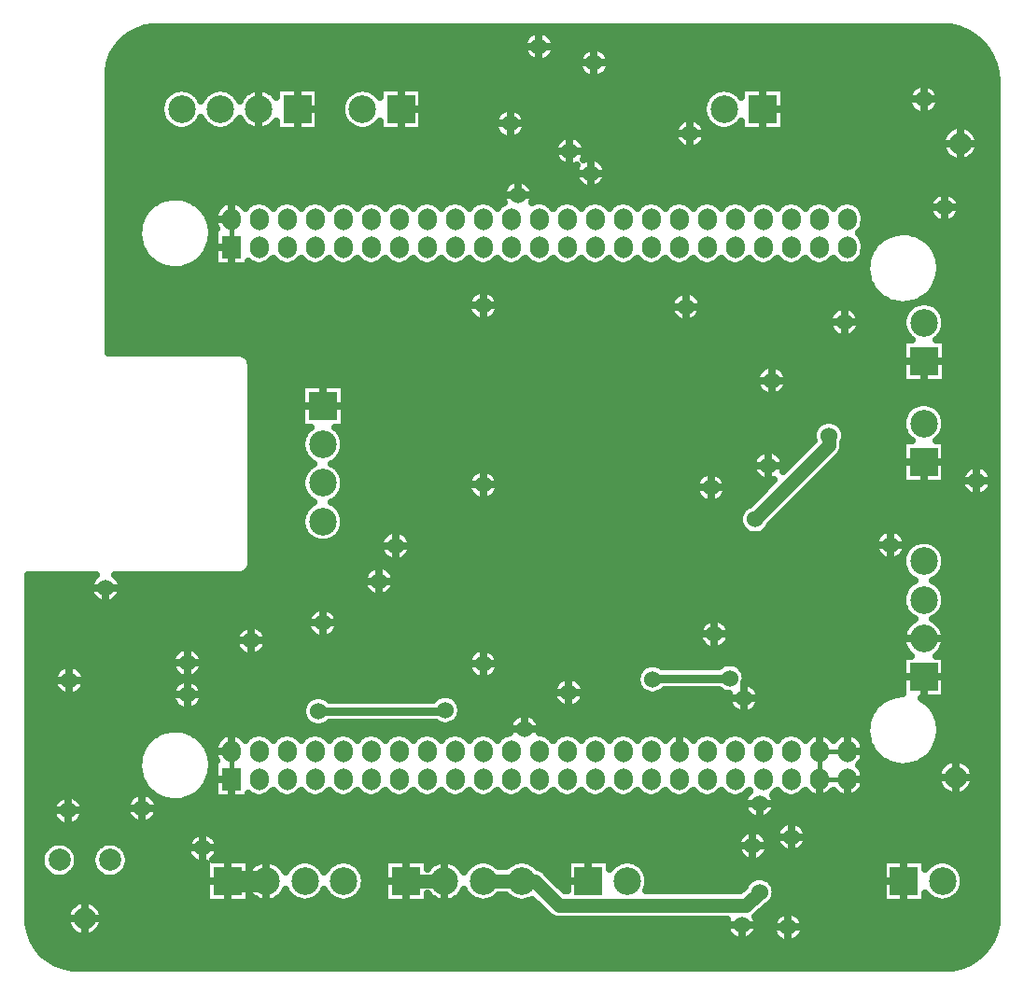
<source format=gbl>
G04 DipTrace 3.3.1.3*
G04 Powerboardv03.1.gbl*
%MOMM*%
G04 #@! TF.FileFunction,Copper,L2,Bot*
G04 #@! TF.Part,Single*
G04 #@! TA.AperFunction,Conductor*
%ADD14C,0.762*%
%ADD16C,1.27*%
%ADD17C,0.381*%
%ADD20C,1.905*%
G04 #@! TA.AperFunction,CopperBalancing*
%ADD28C,0.635*%
G04 #@! TA.AperFunction,ComponentPad*
%ADD37C,2.5*%
%ADD38R,2.5X2.5*%
%ADD39O,1.7X2.0*%
%ADD40R,1.7X2.0*%
%ADD41C,2.0*%
G04 #@! TA.AperFunction,ViaPad*
%ADD52C,1.524*%
%FSLAX35Y35*%
G04*
G71*
G90*
G75*
G01*
G04 Bottom*
%LPD*%
X4330000Y780000D2*
D14*
Y790000D1*
X5030000D1*
X2450000Y500000D2*
Y490000D1*
X1300000D1*
X477500Y-1050000D2*
D20*
X827500D1*
X5842000Y127000D2*
D17*
Y-127000D1*
Y127000D2*
X6096000D1*
Y-127000D2*
X5842000D1*
X508000Y127000D2*
Y-127000D1*
Y4699000D2*
Y4953000D1*
X2095000Y-1050000D2*
D16*
X2445000D1*
X2795000D2*
X3260000D1*
X3480000Y-1270000D1*
X5180000D1*
X5300000Y-1150000D1*
X2795000Y-1050000D2*
X3145000D1*
X5930000Y2990000D2*
Y2900000D1*
X5260000Y2230000D1*
D52*
X4330000Y780000D3*
X5030000Y790000D3*
X2450000Y500000D3*
X1300000Y490000D3*
X5300000Y-1150000D3*
X5930000Y2990000D3*
X5260000Y2230000D3*
X250000Y-750000D3*
X-300000Y-390000D3*
X6490000Y2000000D3*
X1850000Y1670000D3*
X5560000Y-1470000D3*
X3040000Y5820000D3*
X3770000Y5370000D3*
X2795000Y4170000D3*
X4635000Y4160000D3*
X7270000Y2580000D3*
X690000Y1130000D3*
X-960000Y770000D3*
X-970000Y-410000D3*
X110000Y640000D3*
X6070000Y4020000D3*
X3580000Y5570000D3*
X5410000Y3490000D3*
X3800000Y6370000D3*
X3300000Y6519097D3*
X2795000Y920000D3*
X5300000Y-350000D3*
X5140000Y-1450000D3*
X-630000Y1610000D3*
X6980000Y5060000D3*
X5380000Y2720000D3*
X4890000Y1190000D3*
X2795000Y2545000D3*
X6790000Y6040000D3*
X3110000Y5170000D3*
X1340000Y1290000D3*
X2000000Y1990000D3*
X4670000Y5730000D3*
X5590000Y-650000D3*
X4860000Y2520000D3*
X110000Y930000D3*
X5240000Y-730000D3*
X3570000Y660000D3*
X3170000Y330000D3*
X5160000Y610000D3*
X-382023Y6636077D2*
D28*
X3210550D1*
X3389407D2*
X7192073D1*
X-466700Y6572910D2*
X3160600D1*
X3439357D2*
X7280300D1*
X-521477Y6509743D2*
X3150483D1*
X3449563D2*
X3761070D1*
X3838940D2*
X7339820D1*
X-558667Y6446577D2*
X3169807D1*
X3430150D2*
X3672293D1*
X3927713D2*
X7381563D1*
X-583183Y6383410D2*
X3247007D1*
X3353040D2*
X3650783D1*
X3949227D2*
X7410823D1*
X-597677Y6320243D2*
X3659077D1*
X3940930D2*
X7430053D1*
X-603327Y6257077D2*
X3705107D1*
X3894903D2*
X7440810D1*
X-603873Y6193910D2*
X7444910D1*
X-603873Y6130743D2*
X-12003D1*
X131947D2*
X337997D1*
X481947D2*
X687997D1*
X831947D2*
X911393D1*
X1308640D2*
X1628073D1*
X1771933D2*
X1851383D1*
X2248627D2*
X4908050D1*
X5052000D2*
X5131357D1*
X5528600D2*
X6672540D1*
X6907453D2*
X7444910D1*
X-603873Y6067577D2*
X-98500D1*
X218537D2*
X251500D1*
X568537D2*
X601500D1*
X1308640D2*
X1541487D1*
X2248627D2*
X4821460D1*
X5528600D2*
X6642827D1*
X6937167D2*
X7444910D1*
X-603873Y6004410D2*
X-130767D1*
X1308640D2*
X1509220D1*
X2248627D2*
X4789193D1*
X5528600D2*
X6644650D1*
X6935343D2*
X7444910D1*
X-603873Y5941243D2*
X-138423D1*
X1308640D2*
X1501563D1*
X2248627D2*
X2956890D1*
X3123080D2*
X4781537D1*
X5528600D2*
X6679560D1*
X6900437D2*
X7444910D1*
X-603873Y5878077D2*
X-124660D1*
X1308640D2*
X1515327D1*
X2248627D2*
X2902477D1*
X3177583D2*
X4795300D1*
X5528600D2*
X7444910D1*
X-603873Y5814910D2*
X-83190D1*
X203223D2*
X266810D1*
X553223D2*
X616810D1*
X1308640D2*
X1556800D1*
X2248627D2*
X2890263D1*
X3189707D2*
X4548023D1*
X4792050D2*
X4836773D1*
X5528600D2*
X7444910D1*
X-603873Y5751743D2*
X2907397D1*
X3172570D2*
X4521863D1*
X4818210D2*
X6989180D1*
X7250800D2*
X7444910D1*
X-603873Y5688577D2*
X2976030D1*
X3103940D2*
X3492827D1*
X3667130D2*
X4526240D1*
X4813743D2*
X6953543D1*
X7286440D2*
X7444910D1*
X-603873Y5625410D2*
X3441330D1*
X3718717D2*
X4565430D1*
X4774550D2*
X6946980D1*
X7293000D2*
X7444910D1*
X-603873Y5562243D2*
X3430393D1*
X3729653D2*
X6965573D1*
X7274500D2*
X7444910D1*
X-603873Y5499077D2*
X3448893D1*
X3839030D2*
X7023543D1*
X7216530D2*
X7444910D1*
X-603873Y5435910D2*
X3522633D1*
X3903833D2*
X7444910D1*
X-603873Y5372743D2*
X3620157D1*
X3919787D2*
X7444910D1*
X-603873Y5309577D2*
X3070367D1*
X3149603D2*
X3633467D1*
X3906477D2*
X7444910D1*
X-603873Y5246410D2*
X2982227D1*
X3237833D2*
X3690797D1*
X3849237D2*
X7444910D1*
X-603873Y5183243D2*
X2960810D1*
X3259250D2*
X6900133D1*
X7059850D2*
X7444910D1*
X-603873Y5120077D2*
X-160570D1*
X160657D2*
X493763D1*
X522303D2*
X747697D1*
X776287D2*
X1001720D1*
X1030257D2*
X2017723D1*
X2046323D2*
X2271747D1*
X2300327D2*
X2525680D1*
X2554283D2*
X2779703D1*
X2808233D2*
X2969103D1*
X3250867D2*
X3287750D1*
X3316267D2*
X4303753D1*
X4332293D2*
X4557683D1*
X4586273D2*
X4811707D1*
X4840303D2*
X5065730D1*
X5094323D2*
X5319753D1*
X5348250D2*
X5573687D1*
X5602217D2*
X6843347D1*
X7116633D2*
X7444910D1*
X-603873Y5056910D2*
X-244973D1*
X244967D2*
X378010D1*
X6225957D2*
X6830223D1*
X7129760D2*
X7444910D1*
X-603873Y4993743D2*
X-292913D1*
X292910D2*
X351577D1*
X6252480D2*
X6846357D1*
X7113627D2*
X7444910D1*
X-603873Y4930577D2*
X-321533D1*
X321530D2*
X349573D1*
X6254487D2*
X6911707D1*
X7048273D2*
X7444910D1*
X-603873Y4867410D2*
X-335843D1*
X335840D2*
X366707D1*
X6237260D2*
X7444910D1*
X-603873Y4804243D2*
X-337760D1*
X6225047D2*
X6446590D1*
X6761440D2*
X7444910D1*
X-603873Y4741077D2*
X-327367D1*
X327363D2*
X349390D1*
X6252207D2*
X6360640D1*
X6847390D2*
X7444910D1*
X-603873Y4677910D2*
X-303580D1*
X303573D2*
X349390D1*
X6254487D2*
X6312060D1*
X6895970D2*
X7444910D1*
X-603873Y4614743D2*
X-262563D1*
X262560D2*
X349390D1*
X6237987D2*
X6282983D1*
X6924953D2*
X7444910D1*
X-603873Y4551577D2*
X-193383D1*
X193380D2*
X349390D1*
X843523D2*
X934453D1*
X1097547D2*
X1188477D1*
X1351570D2*
X1442410D1*
X1605500D2*
X1696433D1*
X1859523D2*
X1950457D1*
X2113547D2*
X2204480D1*
X2367570D2*
X2458413D1*
X2621503D2*
X2712437D1*
X2875527D2*
X2966460D1*
X3129550D2*
X3220483D1*
X3383573D2*
X3474417D1*
X3637507D2*
X3728440D1*
X3891530D2*
X3982463D1*
X4145553D2*
X4236487D1*
X4399577D2*
X4490420D1*
X4653510D2*
X4744443D1*
X4907533D2*
X4998467D1*
X5161557D2*
X5252490D1*
X5415580D2*
X5506420D1*
X5669510D2*
X5760443D1*
X5923537D2*
X6014467D1*
X6177560D2*
X6268400D1*
X6939630D2*
X7444910D1*
X-603873Y4488410D2*
X6266213D1*
X6941817D2*
X7444910D1*
X-603873Y4425243D2*
X6276147D1*
X6931790D2*
X7444910D1*
X-603873Y4362077D2*
X6299573D1*
X6908367D2*
X7444910D1*
X-603873Y4298910D2*
X2725653D1*
X2864317D2*
X4592683D1*
X4677297D2*
X6340040D1*
X6867897D2*
X7444910D1*
X-603873Y4235743D2*
X2661120D1*
X2928847D2*
X4506823D1*
X4763250D2*
X6408217D1*
X6799810D2*
X7444910D1*
X-603873Y4172577D2*
X2645170D1*
X2944797D2*
X4485680D1*
X4784303D2*
X6675913D1*
X6909003D2*
X7444910D1*
X-603873Y4109410D2*
X2658570D1*
X2931400D2*
X4494337D1*
X4775643D2*
X5951393D1*
X6188587D2*
X6618673D1*
X6966333D2*
X7444910D1*
X-603873Y4046243D2*
X2716083D1*
X2873977D2*
X4541187D1*
X4728797D2*
X5922593D1*
X6217390D2*
X6596433D1*
X6988573D2*
X7444910D1*
X-603873Y3983077D2*
X5924963D1*
X6215020D2*
X6596527D1*
X6988483D2*
X7444910D1*
X-603873Y3919910D2*
X5960873D1*
X6179200D2*
X6619037D1*
X6965970D2*
X7444910D1*
X-603873Y3856743D2*
X6593883D1*
X6991127D2*
X7444910D1*
X-603873Y3793577D2*
X6593883D1*
X6991127D2*
X7444910D1*
X629420Y3730410D2*
X6593883D1*
X6991127D2*
X7444910D1*
X689487Y3667243D2*
X6593883D1*
X6991127D2*
X7444910D1*
X696140Y3604077D2*
X5316657D1*
X5503353D2*
X6593883D1*
X6991127D2*
X7444910D1*
X696140Y3540910D2*
X5269533D1*
X5550477D2*
X6593883D1*
X6991127D2*
X7444910D1*
X696140Y3477743D2*
X5260693D1*
X5559317D2*
X6593883D1*
X6991127D2*
X7444910D1*
X696140Y3414577D2*
X1141357D1*
X1538600D2*
X5281563D1*
X5538443D2*
X7444910D1*
X696140Y3351410D2*
X1141357D1*
X1538600D2*
X5366513D1*
X5453497D2*
X7444910D1*
X696140Y3288243D2*
X1141357D1*
X1538600D2*
X6744453D1*
X6835540D2*
X7444910D1*
X696140Y3225077D2*
X1141357D1*
X1538600D2*
X6637633D1*
X6942363D2*
X7444910D1*
X696140Y3161910D2*
X1141357D1*
X1538600D2*
X6601630D1*
X6978367D2*
X7444910D1*
X696140Y3098743D2*
X1141357D1*
X1538600D2*
X5830080D1*
X6029993D2*
X6591330D1*
X6988667D2*
X7444910D1*
X696140Y3035577D2*
X1188023D1*
X1491933D2*
X5787607D1*
X6072377D2*
X6602450D1*
X6977547D2*
X7444910D1*
X696140Y2972410D2*
X1151747D1*
X1528210D2*
X5781227D1*
X6078757D2*
X6639820D1*
X6940177D2*
X7444910D1*
X696140Y2909243D2*
X1141357D1*
X1538600D2*
X5747957D1*
X6067090D2*
X6591330D1*
X6988667D2*
X7444910D1*
X696140Y2846077D2*
X1152293D1*
X1527663D2*
X5305170D1*
X5454863D2*
X5684793D1*
X6055513D2*
X6591330D1*
X6988667D2*
X7444910D1*
X696140Y2782910D2*
X1189390D1*
X1490657D2*
X5244650D1*
X5515293D2*
X5621630D1*
X6004200D2*
X6591330D1*
X6988667D2*
X7444910D1*
X696140Y2719743D2*
X1226577D1*
X1453380D2*
X5230157D1*
X5529877D2*
X5558467D1*
X5941037D2*
X6591330D1*
X6988667D2*
X7231083D1*
X7308860D2*
X7444910D1*
X696140Y2656577D2*
X1167423D1*
X1512623D2*
X2698400D1*
X2891570D2*
X4809703D1*
X4910357D2*
X5244923D1*
X5877870D2*
X6591330D1*
X6988667D2*
X7142307D1*
X7397727D2*
X7444910D1*
X696140Y2593410D2*
X1144273D1*
X1535683D2*
X2653557D1*
X2936413D2*
X4730407D1*
X4989653D2*
X5306083D1*
X5814707D2*
X6591330D1*
X6988667D2*
X7120797D1*
X7419237D2*
X7444910D1*
X696140Y2530243D2*
X1143727D1*
X1536320D2*
X2645900D1*
X2944070D2*
X4710537D1*
X5009433D2*
X5368973D1*
X5751543D2*
X7129090D1*
X7410943D2*
X7444910D1*
X696140Y2467077D2*
X1165327D1*
X1514720D2*
X2668140D1*
X2921830D2*
X4720287D1*
X4999680D2*
X5305810D1*
X5688380D2*
X7175120D1*
X7364917D2*
X7444910D1*
X696140Y2403910D2*
X1221383D1*
X1458667D2*
X2762567D1*
X2827403D2*
X4769323D1*
X4950643D2*
X5242643D1*
X5625213D2*
X7444910D1*
X696140Y2340743D2*
X1192670D1*
X1487377D2*
X5162437D1*
X5562050D2*
X7444910D1*
X696140Y2277577D2*
X1153660D1*
X1526387D2*
X5118323D1*
X5498887D2*
X7444910D1*
X696140Y2214410D2*
X1141447D1*
X1538600D2*
X5111030D1*
X5435723D2*
X7444910D1*
X696140Y2151243D2*
X1150560D1*
X1529393D2*
X5133727D1*
X5386320D2*
X7444910D1*
X696140Y2088077D2*
X1184923D1*
X1495033D2*
X1888933D1*
X2111087D2*
X5232527D1*
X5287427D2*
X6370393D1*
X6609590D2*
X7444910D1*
X696140Y2024910D2*
X1281537D1*
X1398417D2*
X1854480D1*
X2145540D2*
X6342320D1*
X6637663D2*
X6703803D1*
X6876190D2*
X7444910D1*
X696140Y1961743D2*
X1852930D1*
X2147000D2*
X6345327D1*
X6952843D2*
X7444910D1*
X696140Y1898577D2*
X1883100D1*
X2116920D2*
X6382150D1*
X6982377D2*
X7444910D1*
X696140Y1835410D2*
X6591877D1*
X6988120D2*
X7444910D1*
X676727Y1772243D2*
X1743010D1*
X1957050D2*
X6607827D1*
X6972167D2*
X7444910D1*
X-1328847Y1709077D2*
X-740167D1*
X-519837D2*
X1705550D1*
X1994420D2*
X6652853D1*
X6927143D2*
X7444910D1*
X-1328847Y1645910D2*
X-775260D1*
X-484747D2*
X1702177D1*
X1997793D2*
X6658413D1*
X6921583D2*
X7444910D1*
X-1328847Y1582743D2*
X-777263D1*
X-482740D2*
X1729703D1*
X1970267D2*
X6610107D1*
X6969890D2*
X7444910D1*
X-1328847Y1519577D2*
X-747733D1*
X-512273D2*
X6592333D1*
X6987663D2*
X7444910D1*
X-1328847Y1456410D2*
X6596343D1*
X6983653D2*
X7444910D1*
X-1328847Y1393243D2*
X1234050D1*
X1445997D2*
X6623687D1*
X6956310D2*
X7444910D1*
X-1328847Y1330077D2*
X1195860D1*
X1484093D2*
X4852540D1*
X4927403D2*
X6693687D1*
X6886310D2*
X7444910D1*
X-1328847Y1266910D2*
X640693D1*
X739250D2*
X1192033D1*
X1487923D2*
X4762490D1*
X5017453D2*
X6630977D1*
X6949017D2*
X7444910D1*
X-1328847Y1203743D2*
X560573D1*
X819460D2*
X1219013D1*
X1461037D2*
X4740797D1*
X5039147D2*
X6598987D1*
X6981010D2*
X7444910D1*
X-1328847Y1140577D2*
X540523D1*
X839420D2*
X4748907D1*
X5031037D2*
X6591603D1*
X6988393D2*
X7444910D1*
X-1328847Y1077410D2*
X550183D1*
X829850D2*
X4794663D1*
X4985280D2*
X6605640D1*
X6974447D2*
X7444910D1*
X-1328847Y1014243D2*
X-12460D1*
X232480D2*
X598857D1*
X781087D2*
X2680443D1*
X2909523D2*
X6647477D1*
X6932520D2*
X7444910D1*
X-1328847Y951077D2*
X-38253D1*
X258273D2*
X2648543D1*
X2941427D2*
X6591330D1*
X6988667D2*
X7444910D1*
X-1328847Y887910D2*
X-1048150D1*
X-871933D2*
X-33513D1*
X253537D2*
X2648817D1*
X2941243D2*
X4229103D1*
X5141230D2*
X6591330D1*
X6988667D2*
X7444910D1*
X-1328847Y824743D2*
X-1099010D1*
X-820983D2*
X6133D1*
X213887D2*
X2681357D1*
X2908613D2*
X4187360D1*
X5175593D2*
X6591330D1*
X6988667D2*
X7444910D1*
X-1328847Y761577D2*
X-1109580D1*
X-810410D2*
X27463D1*
X192560D2*
X3462293D1*
X3677703D2*
X4181343D1*
X5176960D2*
X6591330D1*
X6988667D2*
X7444910D1*
X-1328847Y698410D2*
X-1090713D1*
X-829277D2*
X-27407D1*
X247427D2*
X3425380D1*
X3714617D2*
X4205587D1*
X5279317D2*
X6591330D1*
X6988667D2*
X7444910D1*
X-1328847Y635243D2*
X-1015610D1*
X-904380D2*
X-39713D1*
X259733D2*
X2395703D1*
X2504290D2*
X3422280D1*
X3717713D2*
X5012410D1*
X5307570D2*
X6501097D1*
X6988667D2*
X7444910D1*
X-1328847Y572077D2*
X-22760D1*
X242780D2*
X1175990D1*
X2580397D2*
X3450263D1*
X3689733D2*
X5015237D1*
X5304747D2*
X6384430D1*
X6823600D2*
X7444910D1*
X-1328847Y508910D2*
X45327D1*
X174693D2*
X1151383D1*
X2599537D2*
X5051787D1*
X5268197D2*
X6326277D1*
X6881750D2*
X7444910D1*
X-1328847Y445743D2*
X1157123D1*
X2589147D2*
X3078843D1*
X3261167D2*
X6291370D1*
X6916660D2*
X7444910D1*
X-1328847Y382577D2*
X1198503D1*
X1401427D2*
X2361160D1*
X2538833D2*
X3030170D1*
X3309837D2*
X6272047D1*
X6935983D2*
X7444910D1*
X-1328847Y319410D2*
X-97223D1*
X97220D2*
X3020600D1*
X3319407D2*
X6265573D1*
X6942453D2*
X7444910D1*
X-1328847Y256243D2*
X-217537D1*
X217623D2*
X400977D1*
X615020D2*
X655003D1*
X869043D2*
X908933D1*
X1123067D2*
X1162957D1*
X1377000D2*
X1416980D1*
X1631023D2*
X1671003D1*
X1885047D2*
X1924937D1*
X2139070D2*
X2178960D1*
X2393000D2*
X2432983D1*
X2647023D2*
X2686917D1*
X2901047D2*
X2940940D1*
X3409003D2*
X3448987D1*
X3663027D2*
X3702920D1*
X3917050D2*
X3956943D1*
X4171073D2*
X4210967D1*
X4425007D2*
X4464990D1*
X4679030D2*
X4718920D1*
X4933053D2*
X4972943D1*
X5187077D2*
X5226967D1*
X5441010D2*
X5480990D1*
X5695033D2*
X5734923D1*
X5949057D2*
X5988947D1*
X6203080D2*
X6271227D1*
X6936713D2*
X7444910D1*
X-1328847Y193077D2*
X-276510D1*
X276503D2*
X358230D1*
X6245827D2*
X6289727D1*
X6918210D2*
X7444910D1*
X-1328847Y129910D2*
X-311963D1*
X311960D2*
X349390D1*
X6254667D2*
X6323633D1*
X6884393D2*
X7444910D1*
X-1328847Y66743D2*
X-331653D1*
X331647D2*
X356307D1*
X6247740D2*
X6379963D1*
X6828067D2*
X7444910D1*
X-1328847Y3577D2*
X-338397D1*
X6209277D2*
X6489337D1*
X6718690D2*
X6950810D1*
X7209147D2*
X7444910D1*
X-1328847Y-59590D2*
X-333020D1*
X6245370D2*
X6914170D1*
X7245880D2*
X7444910D1*
X-1328847Y-122757D2*
X-314880D1*
X314877D2*
X349390D1*
X6254667D2*
X6906877D1*
X7253170D2*
X7444910D1*
X-1328847Y-185923D2*
X-281523D1*
X281517D2*
X349390D1*
X6248197D2*
X6924560D1*
X7235397D2*
X7444910D1*
X-1328847Y-249090D2*
X-333383D1*
X-266633D2*
X-226013D1*
X226010D2*
X349390D1*
X876607D2*
X901370D1*
X1130630D2*
X1155393D1*
X1384653D2*
X1409330D1*
X1638587D2*
X1663340D1*
X1892610D2*
X1917400D1*
X2146633D2*
X2171393D1*
X2400657D2*
X2425420D1*
X2654590D2*
X2679350D1*
X2908613D2*
X2933373D1*
X3162637D2*
X3187397D1*
X3416660D2*
X3441370D1*
X3670593D2*
X3695320D1*
X3924617D2*
X3949427D1*
X4178640D2*
X4203420D1*
X4432663D2*
X4457423D1*
X4686593D2*
X4711357D1*
X4940620D2*
X4965380D1*
X5448573D2*
X5473427D1*
X5702597D2*
X5727430D1*
X5956620D2*
X5981457D1*
X6210643D2*
X6980703D1*
X7179250D2*
X7444910D1*
X-1328847Y-312257D2*
X-1081417D1*
X-858627D2*
X-426990D1*
X-173027D2*
X-119373D1*
X119370D2*
X5155237D1*
X5444747D2*
X7444910D1*
X-1328847Y-375423D2*
X-1115597D1*
X-824357D2*
X-449047D1*
X-150880D2*
X5152410D1*
X5447570D2*
X7444910D1*
X-1328847Y-438590D2*
X-1116963D1*
X-823080D2*
X-441390D1*
X-158627D2*
X5180757D1*
X5419227D2*
X7444910D1*
X-1328847Y-501757D2*
X-1086703D1*
X-853340D2*
X-396367D1*
X-203653D2*
X7444910D1*
X-1328847Y-564923D2*
X5468140D1*
X5711893D2*
X7444910D1*
X-1328847Y-628090D2*
X168010D1*
X332010D2*
X5132633D1*
X5347310D2*
X5441890D1*
X5738143D2*
X7444910D1*
X-1328847Y-691257D2*
X112777D1*
X387247D2*
X5095537D1*
X5384500D2*
X5446263D1*
X5733770D2*
X7444910D1*
X-1328847Y-754423D2*
X-1186143D1*
X-913860D2*
X-726130D1*
X-453847D2*
X100197D1*
X399733D2*
X5092253D1*
X5387780D2*
X5485277D1*
X5694760D2*
X7444910D1*
X-1328847Y-817590D2*
X-1218137D1*
X-881870D2*
X-758123D1*
X-421857D2*
X117060D1*
X382870D2*
X5119963D1*
X5359980D2*
X7444910D1*
X-1328847Y-880757D2*
X-1222330D1*
X-877677D2*
X-762317D1*
X-417663D2*
X184597D1*
X676177D2*
X729923D1*
X925097D2*
X1079923D1*
X1275097D2*
X1429923D1*
X1625097D2*
X1896407D1*
X2293653D2*
X2347397D1*
X2542570D2*
X2697397D1*
X2892570D2*
X3047397D1*
X3242570D2*
X3551343D1*
X3948677D2*
X4002423D1*
X4197597D2*
X6411407D1*
X6808653D2*
X6862397D1*
X7057570D2*
X7444910D1*
X-1328847Y-943923D2*
X-1201093D1*
X-898913D2*
X-741080D1*
X-438900D2*
X278843D1*
X1694187D2*
X1896407D1*
X3342833D2*
X3551343D1*
X4266687D2*
X6411407D1*
X7126750D2*
X7444910D1*
X-1328847Y-1007090D2*
X-1136013D1*
X-963990D2*
X-676000D1*
X-503977D2*
X278843D1*
X1721257D2*
X1896407D1*
X3408367D2*
X3551343D1*
X4293757D2*
X5280837D1*
X5319113D2*
X6411407D1*
X7153820D2*
X7444910D1*
X-1328847Y-1070257D2*
X278843D1*
X1725083D2*
X1896407D1*
X3471530D2*
X3551343D1*
X4297583D2*
X5174377D1*
X5425607D2*
X6411407D1*
X7157560D2*
X7444910D1*
X-1328847Y-1133423D2*
X278843D1*
X1707130D2*
X1896407D1*
X4279630D2*
X5125250D1*
X5448847D2*
X6411407D1*
X7139603D2*
X7444910D1*
X-1328847Y-1196590D2*
X278843D1*
X676177D2*
X696747D1*
X958273D2*
X1046747D1*
X1308273D2*
X1396747D1*
X1658273D2*
X1896407D1*
X2293653D2*
X2314173D1*
X2575750D2*
X2664220D1*
X2925750D2*
X3014220D1*
X5442103D2*
X6411407D1*
X6808653D2*
X6829220D1*
X7090750D2*
X7444910D1*
X-1328847Y-1259757D2*
X-931300D1*
X-708690D2*
X3278453D1*
X5398810D2*
X7444910D1*
X-1328847Y-1322923D2*
X-979607D1*
X-660383D2*
X3341617D1*
X5318417D2*
X7444910D1*
X-1328757Y-1386090D2*
X-993553D1*
X-646440D2*
X3413440D1*
X5274850D2*
X5437240D1*
X5682727D2*
X7444453D1*
X-1325383Y-1449257D2*
X-982797D1*
X-657193D2*
X4990170D1*
X5289797D2*
X5411630D1*
X5708340D2*
X7440353D1*
X-1313080Y-1512423D2*
X-940323D1*
X-699667D2*
X5004480D1*
X5275580D2*
X5416550D1*
X5703417D2*
X7427503D1*
X-1290020Y-1575590D2*
X5064273D1*
X5215697D2*
X5456473D1*
X5663497D2*
X7404077D1*
X-1254473Y-1638757D2*
X7368073D1*
X-1203887Y-1701923D2*
X7316943D1*
X-1126597Y-1765090D2*
X7238467D1*
X-971373Y-1828257D2*
X7080967D1*
X1719190Y-1065087D2*
X1717417Y-1080080D1*
X1714470Y-1094887D1*
X1710373Y-1109420D1*
X1705147Y-1123583D1*
X1698827Y-1137293D1*
X1691450Y-1150467D1*
X1683060Y-1163020D1*
X1673713Y-1174877D1*
X1663463Y-1185963D1*
X1652377Y-1196213D1*
X1640520Y-1205560D1*
X1627967Y-1213950D1*
X1614793Y-1221327D1*
X1601083Y-1227647D1*
X1586920Y-1232873D1*
X1572387Y-1236970D1*
X1557580Y-1239917D1*
X1542587Y-1241690D1*
X1527500Y-1242283D1*
X1512413Y-1241690D1*
X1497420Y-1239917D1*
X1482613Y-1236970D1*
X1468080Y-1232873D1*
X1453917Y-1227647D1*
X1440207Y-1221327D1*
X1427033Y-1213950D1*
X1414480Y-1205560D1*
X1402623Y-1196213D1*
X1391537Y-1185963D1*
X1381287Y-1174877D1*
X1371940Y-1163020D1*
X1363550Y-1150467D1*
X1352593Y-1129530D1*
X1341450Y-1150467D1*
X1333060Y-1163020D1*
X1323713Y-1174877D1*
X1313463Y-1185963D1*
X1302377Y-1196213D1*
X1290520Y-1205560D1*
X1277967Y-1213950D1*
X1264793Y-1221327D1*
X1251083Y-1227647D1*
X1236920Y-1232873D1*
X1222387Y-1236970D1*
X1207580Y-1239917D1*
X1192587Y-1241690D1*
X1177500Y-1242283D1*
X1162413Y-1241690D1*
X1147420Y-1239917D1*
X1132613Y-1236970D1*
X1118080Y-1232873D1*
X1103917Y-1227647D1*
X1090207Y-1221327D1*
X1077033Y-1213950D1*
X1064480Y-1205560D1*
X1052623Y-1196213D1*
X1041537Y-1185963D1*
X1031287Y-1174877D1*
X1021940Y-1163020D1*
X1013550Y-1150467D1*
X1002593Y-1129530D1*
X993020Y-1147857D1*
X979957Y-1167173D1*
X964650Y-1184767D1*
X947330Y-1200380D1*
X928243Y-1213780D1*
X907677Y-1224770D1*
X885933Y-1233190D1*
X863327Y-1238917D1*
X840197Y-1241863D1*
X816877Y-1241990D1*
X793713Y-1239293D1*
X771050Y-1233810D1*
X749213Y-1225623D1*
X728530Y-1214857D1*
X709300Y-1201663D1*
X691810Y-1186240D1*
X676317Y-1168813D1*
X669787Y-1159973D1*
X669783Y-1242283D1*
X285217D1*
Y-889093D1*
X265353Y-892660D1*
X246717Y-893447D1*
X228137Y-891807D1*
X209923Y-887773D1*
X192390Y-881410D1*
X175827Y-872823D1*
X160520Y-862163D1*
X146727Y-849610D1*
X134677Y-835370D1*
X124577Y-819687D1*
X116597Y-802827D1*
X110870Y-785073D1*
X107497Y-766727D1*
X106530Y-748100D1*
X107987Y-729503D1*
X111847Y-711253D1*
X118040Y-693657D1*
X126467Y-677017D1*
X136977Y-661607D1*
X149400Y-647690D1*
X163523Y-635503D1*
X179107Y-625253D1*
X195890Y-617110D1*
X213587Y-611213D1*
X231900Y-607663D1*
X250517Y-606517D1*
X269127Y-607797D1*
X287413Y-611480D1*
X305067Y-617503D1*
X321790Y-625767D1*
X337300Y-636130D1*
X351333Y-648420D1*
X363657Y-662423D1*
X374057Y-677907D1*
X382360Y-694610D1*
X388430Y-712250D1*
X392157Y-730527D1*
X393483Y-750000D1*
X392270Y-768613D1*
X388653Y-786913D1*
X382693Y-804590D1*
X374490Y-821343D1*
X364183Y-836890D1*
X351947Y-850967D1*
X344767Y-857727D1*
X669783Y-857717D1*
Y-940020D1*
X682597Y-923603D1*
X698963Y-906990D1*
X717220Y-892483D1*
X737100Y-880293D1*
X758307Y-870597D1*
X780533Y-863540D1*
X803450Y-859227D1*
X826720Y-857717D1*
X850000Y-859037D1*
X872953Y-863167D1*
X895233Y-870043D1*
X916520Y-879563D1*
X936497Y-891593D1*
X954870Y-905953D1*
X971370Y-922430D1*
X985757Y-940783D1*
X997813Y-960743D1*
X1002487Y-970327D1*
X1013550Y-949533D1*
X1021940Y-936980D1*
X1031287Y-925123D1*
X1041537Y-914037D1*
X1052623Y-903787D1*
X1064480Y-894440D1*
X1077033Y-886050D1*
X1090207Y-878673D1*
X1103917Y-872353D1*
X1118080Y-867127D1*
X1132613Y-863030D1*
X1147420Y-860083D1*
X1162413Y-858310D1*
X1177500Y-857717D1*
X1192587Y-858310D1*
X1207580Y-860083D1*
X1222387Y-863030D1*
X1236920Y-867127D1*
X1251083Y-872353D1*
X1264793Y-878673D1*
X1277967Y-886050D1*
X1290520Y-894440D1*
X1302377Y-903787D1*
X1313463Y-914037D1*
X1323713Y-925123D1*
X1333060Y-936980D1*
X1341450Y-949533D1*
X1352407Y-970470D1*
X1363550Y-949533D1*
X1371940Y-936980D1*
X1381287Y-925123D1*
X1391537Y-914037D1*
X1402623Y-903787D1*
X1414480Y-894440D1*
X1427033Y-886050D1*
X1440207Y-878673D1*
X1453917Y-872353D1*
X1468080Y-867127D1*
X1482613Y-863030D1*
X1497420Y-860083D1*
X1512413Y-858310D1*
X1527500Y-857717D1*
X1542587Y-858310D1*
X1557580Y-860083D1*
X1572387Y-863030D1*
X1586920Y-867127D1*
X1601083Y-872353D1*
X1614793Y-878673D1*
X1627967Y-886050D1*
X1640520Y-894440D1*
X1652377Y-903787D1*
X1663463Y-914037D1*
X1673713Y-925123D1*
X1683060Y-936980D1*
X1691450Y-949533D1*
X1698827Y-962707D1*
X1705147Y-976417D1*
X1710373Y-990580D1*
X1714470Y-1005113D1*
X1717417Y-1019920D1*
X1719190Y-1034913D1*
X1719783Y-1050000D1*
X1719190Y-1065087D1*
X234907Y5870470D2*
X223950Y5849533D1*
X215560Y5836980D1*
X206213Y5825123D1*
X195963Y5814037D1*
X184877Y5803787D1*
X173020Y5794440D1*
X160467Y5786050D1*
X147293Y5778673D1*
X133583Y5772353D1*
X119420Y5767127D1*
X104887Y5763030D1*
X90080Y5760083D1*
X75087Y5758310D1*
X60000Y5757717D1*
X44913Y5758310D1*
X29920Y5760083D1*
X15113Y5763030D1*
X580Y5767127D1*
X-13583Y5772353D1*
X-27293Y5778673D1*
X-40467Y5786050D1*
X-53020Y5794440D1*
X-64877Y5803787D1*
X-75963Y5814037D1*
X-86213Y5825123D1*
X-95560Y5836980D1*
X-103950Y5849533D1*
X-111327Y5862707D1*
X-117647Y5876417D1*
X-122873Y5890580D1*
X-126970Y5905113D1*
X-129917Y5919920D1*
X-131690Y5934913D1*
X-132283Y5950000D1*
X-131690Y5965087D1*
X-129917Y5980080D1*
X-126970Y5994887D1*
X-122873Y6009420D1*
X-117647Y6023583D1*
X-111327Y6037293D1*
X-103950Y6050467D1*
X-95560Y6063020D1*
X-86213Y6074877D1*
X-75963Y6085963D1*
X-64877Y6096213D1*
X-53020Y6105560D1*
X-40467Y6113950D1*
X-27293Y6121327D1*
X-13583Y6127647D1*
X580Y6132873D1*
X15113Y6136970D1*
X29920Y6139917D1*
X44913Y6141690D1*
X60000Y6142283D1*
X75087Y6141690D1*
X90080Y6139917D1*
X104887Y6136970D1*
X119420Y6132873D1*
X133583Y6127647D1*
X147293Y6121327D1*
X160467Y6113950D1*
X173020Y6105560D1*
X184877Y6096213D1*
X195963Y6085963D1*
X206213Y6074877D1*
X215560Y6063020D1*
X223950Y6050467D1*
X234907Y6029530D1*
X246050Y6050467D1*
X254440Y6063020D1*
X263787Y6074877D1*
X274037Y6085963D1*
X285123Y6096213D1*
X296980Y6105560D1*
X309533Y6113950D1*
X322707Y6121327D1*
X336417Y6127647D1*
X350580Y6132873D1*
X365113Y6136970D1*
X379920Y6139917D1*
X394913Y6141690D1*
X410000Y6142283D1*
X425087Y6141690D1*
X440080Y6139917D1*
X454887Y6136970D1*
X469420Y6132873D1*
X483583Y6127647D1*
X497293Y6121327D1*
X510467Y6113950D1*
X523020Y6105560D1*
X534877Y6096213D1*
X545963Y6085963D1*
X556213Y6074877D1*
X565560Y6063020D1*
X573950Y6050467D1*
X584907Y6029530D1*
X595813Y6050080D1*
X609137Y6069217D1*
X624677Y6086603D1*
X642207Y6101980D1*
X661470Y6115120D1*
X682183Y6125833D1*
X704040Y6133960D1*
X726720Y6139380D1*
X749890Y6142017D1*
X773210Y6141830D1*
X796333Y6138820D1*
X818923Y6133033D1*
X840647Y6124553D1*
X861183Y6113507D1*
X880230Y6100057D1*
X897513Y6084400D1*
X912770Y6066767D1*
X917717Y6059973D1*
Y6142283D1*
X1302283D1*
Y5757717D1*
X917717D1*
Y5840020D1*
X903530Y5822047D1*
X886983Y5805613D1*
X868573Y5791303D1*
X848563Y5779327D1*
X827253Y5769860D1*
X804950Y5763043D1*
X781990Y5758977D1*
X758703Y5757720D1*
X735440Y5759293D1*
X712533Y5763667D1*
X690327Y5770783D1*
X669147Y5780537D1*
X649300Y5792780D1*
X631080Y5807337D1*
X614760Y5823990D1*
X600573Y5842500D1*
X588733Y5862587D1*
X585010Y5870323D1*
X573950Y5849533D1*
X565560Y5836980D1*
X556213Y5825123D1*
X545963Y5814037D1*
X534877Y5803787D1*
X523020Y5794440D1*
X510467Y5786050D1*
X497293Y5778673D1*
X483583Y5772353D1*
X469420Y5767127D1*
X454887Y5763030D1*
X440080Y5760083D1*
X425087Y5758310D1*
X410000Y5757717D1*
X394913Y5758310D1*
X379920Y5760083D1*
X365113Y5763030D1*
X350580Y5767127D1*
X336417Y5772353D1*
X322707Y5778673D1*
X309533Y5786050D1*
X296980Y5794440D1*
X285123Y5803787D1*
X274037Y5814037D1*
X263787Y5825123D1*
X254440Y5836980D1*
X246050Y5849533D1*
X235093Y5870470D1*
X1857690Y5840167D2*
X1846213Y5825123D1*
X1835963Y5814037D1*
X1824877Y5803787D1*
X1813020Y5794440D1*
X1800467Y5786050D1*
X1787293Y5778673D1*
X1773583Y5772353D1*
X1759420Y5767127D1*
X1744887Y5763030D1*
X1730080Y5760083D1*
X1715087Y5758310D1*
X1700000Y5757717D1*
X1684913Y5758310D1*
X1669920Y5760083D1*
X1655113Y5763030D1*
X1640580Y5767127D1*
X1626417Y5772353D1*
X1612707Y5778673D1*
X1599533Y5786050D1*
X1586980Y5794440D1*
X1575123Y5803787D1*
X1564037Y5814037D1*
X1553787Y5825123D1*
X1544440Y5836980D1*
X1536050Y5849533D1*
X1528673Y5862707D1*
X1522353Y5876417D1*
X1517127Y5890580D1*
X1513030Y5905113D1*
X1510083Y5919920D1*
X1508310Y5934913D1*
X1507717Y5950000D1*
X1508310Y5965087D1*
X1510083Y5980080D1*
X1513030Y5994887D1*
X1517127Y6009420D1*
X1522353Y6023583D1*
X1528673Y6037293D1*
X1536050Y6050467D1*
X1544440Y6063020D1*
X1553787Y6074877D1*
X1564037Y6085963D1*
X1575123Y6096213D1*
X1586980Y6105560D1*
X1599533Y6113950D1*
X1612707Y6121327D1*
X1626417Y6127647D1*
X1640580Y6132873D1*
X1655113Y6136970D1*
X1669920Y6139917D1*
X1684913Y6141690D1*
X1700000Y6142283D1*
X1715087Y6141690D1*
X1730080Y6139917D1*
X1744887Y6136970D1*
X1759420Y6132873D1*
X1773583Y6127647D1*
X1787293Y6121327D1*
X1800467Y6113950D1*
X1813020Y6105560D1*
X1824877Y6096213D1*
X1835963Y6085963D1*
X1846213Y6074877D1*
X1857690Y6059833D1*
X1857717Y6142283D1*
X2242283D1*
Y5757717D1*
X1857717D1*
Y5840020D1*
X355733Y4968013D2*
X356583Y4984223D1*
X359703Y5002617D1*
X365050Y5020490D1*
X372540Y5037573D1*
X382063Y5053613D1*
X393477Y5068370D1*
X406607Y5081620D1*
X421260Y5093167D1*
X437217Y5102833D1*
X454233Y5110477D1*
X472057Y5115980D1*
X490420Y5119267D1*
X509050Y5120280D1*
X527660Y5119010D1*
X545977Y5115473D1*
X563723Y5109723D1*
X580633Y5101847D1*
X596453Y5091960D1*
X610947Y5080213D1*
X623897Y5066783D1*
X634990Y5052040D1*
X646203Y5066900D1*
X663100Y5083797D1*
X682433Y5097843D1*
X703723Y5108690D1*
X726450Y5116077D1*
X750053Y5119813D1*
X773947D1*
X797550Y5116077D1*
X820277Y5108690D1*
X841567Y5097843D1*
X860900Y5083797D1*
X877797Y5066900D1*
X888910Y5051957D1*
X900203Y5066900D1*
X917100Y5083797D1*
X936433Y5097843D1*
X957723Y5108690D1*
X980450Y5116077D1*
X1004053Y5119813D1*
X1027947D1*
X1051550Y5116077D1*
X1074277Y5108690D1*
X1095567Y5097843D1*
X1114900Y5083797D1*
X1131797Y5066900D1*
X1142910Y5051957D1*
X1154203Y5066900D1*
X1171100Y5083797D1*
X1190433Y5097843D1*
X1211723Y5108690D1*
X1234450Y5116077D1*
X1258053Y5119813D1*
X1281947D1*
X1305550Y5116077D1*
X1328277Y5108690D1*
X1349567Y5097843D1*
X1368900Y5083797D1*
X1385797Y5066900D1*
X1396910Y5051957D1*
X1408203Y5066900D1*
X1425100Y5083797D1*
X1444433Y5097843D1*
X1465723Y5108690D1*
X1488450Y5116077D1*
X1512053Y5119813D1*
X1535947D1*
X1559550Y5116077D1*
X1582277Y5108690D1*
X1603567Y5097843D1*
X1622900Y5083797D1*
X1639797Y5066900D1*
X1650910Y5051957D1*
X1662203Y5066900D1*
X1679100Y5083797D1*
X1698433Y5097843D1*
X1719723Y5108690D1*
X1742450Y5116077D1*
X1766053Y5119813D1*
X1789947D1*
X1813550Y5116077D1*
X1836277Y5108690D1*
X1857567Y5097843D1*
X1876900Y5083797D1*
X1893797Y5066900D1*
X1904910Y5051957D1*
X1916203Y5066900D1*
X1933100Y5083797D1*
X1952433Y5097843D1*
X1973723Y5108690D1*
X1996450Y5116077D1*
X2020053Y5119813D1*
X2043947D1*
X2067550Y5116077D1*
X2090277Y5108690D1*
X2111567Y5097843D1*
X2130900Y5083797D1*
X2147797Y5066900D1*
X2158910Y5051957D1*
X2170203Y5066900D1*
X2187100Y5083797D1*
X2206433Y5097843D1*
X2227723Y5108690D1*
X2250450Y5116077D1*
X2274053Y5119813D1*
X2297947D1*
X2321550Y5116077D1*
X2344277Y5108690D1*
X2365567Y5097843D1*
X2384900Y5083797D1*
X2401797Y5066900D1*
X2412910Y5051957D1*
X2424203Y5066900D1*
X2441100Y5083797D1*
X2460433Y5097843D1*
X2481723Y5108690D1*
X2504450Y5116077D1*
X2528053Y5119813D1*
X2551947D1*
X2575550Y5116077D1*
X2598277Y5108690D1*
X2619567Y5097843D1*
X2638900Y5083797D1*
X2655797Y5066900D1*
X2666910Y5051957D1*
X2678203Y5066900D1*
X2695100Y5083797D1*
X2714433Y5097843D1*
X2735723Y5108690D1*
X2758450Y5116077D1*
X2782053Y5119813D1*
X2805947D1*
X2829550Y5116077D1*
X2852277Y5108690D1*
X2873567Y5097843D1*
X2892900Y5083797D1*
X2909797Y5066900D1*
X2920910Y5051957D1*
X2932203Y5066900D1*
X2949100Y5083797D1*
X2968433Y5097843D1*
X2982047Y5105153D1*
X2974947Y5121540D1*
X2969803Y5139470D1*
X2967027Y5157913D1*
X2966667Y5176563D1*
X2968730Y5195103D1*
X2973180Y5213220D1*
X2979943Y5230603D1*
X2988903Y5246963D1*
X2999913Y5262023D1*
X3012780Y5275527D1*
X3027293Y5287247D1*
X3043200Y5296987D1*
X3060240Y5304580D1*
X3078120Y5309897D1*
X3096537Y5312850D1*
X3115183Y5313390D1*
X3133740Y5311507D1*
X3151897Y5307230D1*
X3169347Y5300633D1*
X3185793Y5291833D1*
X3200957Y5280970D1*
X3214583Y5268233D1*
X3226443Y5253833D1*
X3236337Y5238020D1*
X3244093Y5221057D1*
X3249583Y5203227D1*
X3252713Y5184840D1*
X3253407Y5165333D1*
X3251590Y5146770D1*
X3247380Y5128597D1*
X3240847Y5111123D1*
X3238657Y5106497D1*
X3254943Y5112830D1*
X3278177Y5118410D1*
X3302000Y5120283D1*
X3325823Y5118410D1*
X3349057Y5112830D1*
X3371137Y5103687D1*
X3391510Y5091200D1*
X3409680Y5075680D1*
X3425200Y5057510D1*
X3428910Y5051957D1*
X3440203Y5066900D1*
X3457100Y5083797D1*
X3476433Y5097843D1*
X3497723Y5108690D1*
X3520450Y5116077D1*
X3544053Y5119813D1*
X3567947D1*
X3591550Y5116077D1*
X3614277Y5108690D1*
X3635567Y5097843D1*
X3654900Y5083797D1*
X3671797Y5066900D1*
X3682910Y5051957D1*
X3694203Y5066900D1*
X3711100Y5083797D1*
X3730433Y5097843D1*
X3751723Y5108690D1*
X3774450Y5116077D1*
X3798053Y5119813D1*
X3821947D1*
X3845550Y5116077D1*
X3868277Y5108690D1*
X3889567Y5097843D1*
X3908900Y5083797D1*
X3925797Y5066900D1*
X3936910Y5051957D1*
X3948203Y5066900D1*
X3965100Y5083797D1*
X3984433Y5097843D1*
X4005723Y5108690D1*
X4028450Y5116077D1*
X4052053Y5119813D1*
X4075947D1*
X4099550Y5116077D1*
X4122277Y5108690D1*
X4143567Y5097843D1*
X4162900Y5083797D1*
X4179797Y5066900D1*
X4190910Y5051957D1*
X4202203Y5066900D1*
X4219100Y5083797D1*
X4238433Y5097843D1*
X4259723Y5108690D1*
X4282450Y5116077D1*
X4306053Y5119813D1*
X4329947D1*
X4353550Y5116077D1*
X4376277Y5108690D1*
X4397567Y5097843D1*
X4416900Y5083797D1*
X4433797Y5066900D1*
X4444910Y5051957D1*
X4456203Y5066900D1*
X4473100Y5083797D1*
X4492433Y5097843D1*
X4513723Y5108690D1*
X4536450Y5116077D1*
X4560053Y5119813D1*
X4583947D1*
X4607550Y5116077D1*
X4630277Y5108690D1*
X4651567Y5097843D1*
X4670900Y5083797D1*
X4687797Y5066900D1*
X4698910Y5051957D1*
X4710203Y5066900D1*
X4727100Y5083797D1*
X4746433Y5097843D1*
X4767723Y5108690D1*
X4790450Y5116077D1*
X4814053Y5119813D1*
X4837947D1*
X4861550Y5116077D1*
X4884277Y5108690D1*
X4905567Y5097843D1*
X4924900Y5083797D1*
X4941797Y5066900D1*
X4952910Y5051957D1*
X4964203Y5066900D1*
X4981100Y5083797D1*
X5000433Y5097843D1*
X5021723Y5108690D1*
X5044450Y5116077D1*
X5068053Y5119813D1*
X5091947D1*
X5115550Y5116077D1*
X5138277Y5108690D1*
X5159567Y5097843D1*
X5178900Y5083797D1*
X5195797Y5066900D1*
X5206910Y5051957D1*
X5218203Y5066900D1*
X5235100Y5083797D1*
X5254433Y5097843D1*
X5275723Y5108690D1*
X5298450Y5116077D1*
X5322053Y5119813D1*
X5345947D1*
X5369550Y5116077D1*
X5392277Y5108690D1*
X5413567Y5097843D1*
X5432900Y5083797D1*
X5449797Y5066900D1*
X5460910Y5051957D1*
X5472203Y5066900D1*
X5489100Y5083797D1*
X5508433Y5097843D1*
X5529723Y5108690D1*
X5552450Y5116077D1*
X5576053Y5119813D1*
X5599947D1*
X5623550Y5116077D1*
X5646277Y5108690D1*
X5667567Y5097843D1*
X5686900Y5083797D1*
X5703797Y5066900D1*
X5714910Y5051957D1*
X5726203Y5066900D1*
X5743100Y5083797D1*
X5762433Y5097843D1*
X5783723Y5108690D1*
X5806450Y5116077D1*
X5830053Y5119813D1*
X5853947D1*
X5877550Y5116077D1*
X5900277Y5108690D1*
X5921567Y5097843D1*
X5940900Y5083797D1*
X5957797Y5066900D1*
X5968910Y5051957D1*
X5980203Y5066900D1*
X5997100Y5083797D1*
X6016433Y5097843D1*
X6037723Y5108690D1*
X6060450Y5116077D1*
X6084053Y5119813D1*
X6107947D1*
X6131550Y5116077D1*
X6154277Y5108690D1*
X6175567Y5097843D1*
X6194900Y5083797D1*
X6211797Y5066900D1*
X6225843Y5047567D1*
X6236690Y5026277D1*
X6244077Y5003550D1*
X6247813Y4979947D1*
X6248193Y4938000D1*
X6246410Y4914177D1*
X6240830Y4890943D1*
X6231687Y4868863D1*
X6219200Y4848490D1*
X6203680Y4830320D1*
X6199120Y4826103D1*
X6211797Y4812900D1*
X6225843Y4793567D1*
X6236690Y4772277D1*
X6244077Y4749550D1*
X6247813Y4725947D1*
X6248193Y4684000D1*
X6246410Y4660177D1*
X6240830Y4636943D1*
X6231687Y4614863D1*
X6219200Y4594490D1*
X6203680Y4576320D1*
X6185510Y4560800D1*
X6165137Y4548313D1*
X6143057Y4539170D1*
X6119823Y4533590D1*
X6096000Y4531717D1*
X6072177Y4533590D1*
X6048943Y4539170D1*
X6026863Y4548313D1*
X6006490Y4560800D1*
X5988320Y4576320D1*
X5972800Y4594490D1*
X5969090Y4600043D1*
X5957797Y4585100D1*
X5940900Y4568203D1*
X5921567Y4554157D1*
X5900277Y4543310D1*
X5877550Y4535923D1*
X5853947Y4532187D1*
X5830053D1*
X5806450Y4535923D1*
X5783723Y4543310D1*
X5762433Y4554157D1*
X5743100Y4568203D1*
X5726203Y4585100D1*
X5715090Y4600043D1*
X5703797Y4585100D1*
X5686900Y4568203D1*
X5667567Y4554157D1*
X5646277Y4543310D1*
X5623550Y4535923D1*
X5599947Y4532187D1*
X5576053D1*
X5552450Y4535923D1*
X5529723Y4543310D1*
X5508433Y4554157D1*
X5489100Y4568203D1*
X5472203Y4585100D1*
X5461090Y4600043D1*
X5449797Y4585100D1*
X5432900Y4568203D1*
X5413567Y4554157D1*
X5392277Y4543310D1*
X5369550Y4535923D1*
X5345947Y4532187D1*
X5322053D1*
X5298450Y4535923D1*
X5275723Y4543310D1*
X5254433Y4554157D1*
X5235100Y4568203D1*
X5218203Y4585100D1*
X5207090Y4600043D1*
X5195797Y4585100D1*
X5178900Y4568203D1*
X5159567Y4554157D1*
X5138277Y4543310D1*
X5115550Y4535923D1*
X5091947Y4532187D1*
X5068053D1*
X5044450Y4535923D1*
X5021723Y4543310D1*
X5000433Y4554157D1*
X4981100Y4568203D1*
X4964203Y4585100D1*
X4953090Y4600043D1*
X4941797Y4585100D1*
X4924900Y4568203D1*
X4905567Y4554157D1*
X4884277Y4543310D1*
X4861550Y4535923D1*
X4837947Y4532187D1*
X4814053D1*
X4790450Y4535923D1*
X4767723Y4543310D1*
X4746433Y4554157D1*
X4727100Y4568203D1*
X4710203Y4585100D1*
X4699090Y4600043D1*
X4687797Y4585100D1*
X4670900Y4568203D1*
X4651567Y4554157D1*
X4630277Y4543310D1*
X4607550Y4535923D1*
X4583947Y4532187D1*
X4560053D1*
X4536450Y4535923D1*
X4513723Y4543310D1*
X4492433Y4554157D1*
X4473100Y4568203D1*
X4456203Y4585100D1*
X4445090Y4600043D1*
X4433797Y4585100D1*
X4416900Y4568203D1*
X4397567Y4554157D1*
X4376277Y4543310D1*
X4353550Y4535923D1*
X4329947Y4532187D1*
X4306053D1*
X4282450Y4535923D1*
X4259723Y4543310D1*
X4238433Y4554157D1*
X4219100Y4568203D1*
X4202203Y4585100D1*
X4191090Y4600043D1*
X4179797Y4585100D1*
X4162900Y4568203D1*
X4143567Y4554157D1*
X4122277Y4543310D1*
X4099550Y4535923D1*
X4075947Y4532187D1*
X4052053D1*
X4028450Y4535923D1*
X4005723Y4543310D1*
X3984433Y4554157D1*
X3965100Y4568203D1*
X3948203Y4585100D1*
X3937090Y4600043D1*
X3925797Y4585100D1*
X3908900Y4568203D1*
X3889567Y4554157D1*
X3868277Y4543310D1*
X3845550Y4535923D1*
X3821947Y4532187D1*
X3798053D1*
X3774450Y4535923D1*
X3751723Y4543310D1*
X3730433Y4554157D1*
X3711100Y4568203D1*
X3694203Y4585100D1*
X3683090Y4600043D1*
X3671797Y4585100D1*
X3654900Y4568203D1*
X3635567Y4554157D1*
X3614277Y4543310D1*
X3591550Y4535923D1*
X3567947Y4532187D1*
X3544053D1*
X3520450Y4535923D1*
X3497723Y4543310D1*
X3476433Y4554157D1*
X3457100Y4568203D1*
X3440203Y4585100D1*
X3429090Y4600043D1*
X3417797Y4585100D1*
X3400900Y4568203D1*
X3381567Y4554157D1*
X3360277Y4543310D1*
X3337550Y4535923D1*
X3313947Y4532187D1*
X3290053D1*
X3266450Y4535923D1*
X3243723Y4543310D1*
X3222433Y4554157D1*
X3203100Y4568203D1*
X3186203Y4585100D1*
X3175090Y4600043D1*
X3163797Y4585100D1*
X3146900Y4568203D1*
X3127567Y4554157D1*
X3106277Y4543310D1*
X3083550Y4535923D1*
X3059947Y4532187D1*
X3036053D1*
X3012450Y4535923D1*
X2989723Y4543310D1*
X2968433Y4554157D1*
X2949100Y4568203D1*
X2932203Y4585100D1*
X2921090Y4600043D1*
X2909797Y4585100D1*
X2892900Y4568203D1*
X2873567Y4554157D1*
X2852277Y4543310D1*
X2829550Y4535923D1*
X2805947Y4532187D1*
X2782053D1*
X2758450Y4535923D1*
X2735723Y4543310D1*
X2714433Y4554157D1*
X2695100Y4568203D1*
X2678203Y4585100D1*
X2667090Y4600043D1*
X2655797Y4585100D1*
X2638900Y4568203D1*
X2619567Y4554157D1*
X2598277Y4543310D1*
X2575550Y4535923D1*
X2551947Y4532187D1*
X2528053D1*
X2504450Y4535923D1*
X2481723Y4543310D1*
X2460433Y4554157D1*
X2441100Y4568203D1*
X2424203Y4585100D1*
X2413090Y4600043D1*
X2401797Y4585100D1*
X2384900Y4568203D1*
X2365567Y4554157D1*
X2344277Y4543310D1*
X2321550Y4535923D1*
X2297947Y4532187D1*
X2274053D1*
X2250450Y4535923D1*
X2227723Y4543310D1*
X2206433Y4554157D1*
X2187100Y4568203D1*
X2170203Y4585100D1*
X2159090Y4600043D1*
X2147797Y4585100D1*
X2130900Y4568203D1*
X2111567Y4554157D1*
X2090277Y4543310D1*
X2067550Y4535923D1*
X2043947Y4532187D1*
X2020053D1*
X1996450Y4535923D1*
X1973723Y4543310D1*
X1952433Y4554157D1*
X1933100Y4568203D1*
X1916203Y4585100D1*
X1905090Y4600043D1*
X1893797Y4585100D1*
X1876900Y4568203D1*
X1857567Y4554157D1*
X1836277Y4543310D1*
X1813550Y4535923D1*
X1789947Y4532187D1*
X1766053D1*
X1742450Y4535923D1*
X1719723Y4543310D1*
X1698433Y4554157D1*
X1679100Y4568203D1*
X1662203Y4585100D1*
X1651090Y4600043D1*
X1639797Y4585100D1*
X1622900Y4568203D1*
X1603567Y4554157D1*
X1582277Y4543310D1*
X1559550Y4535923D1*
X1535947Y4532187D1*
X1512053D1*
X1488450Y4535923D1*
X1465723Y4543310D1*
X1444433Y4554157D1*
X1425100Y4568203D1*
X1408203Y4585100D1*
X1397090Y4600043D1*
X1385797Y4585100D1*
X1368900Y4568203D1*
X1349567Y4554157D1*
X1328277Y4543310D1*
X1305550Y4535923D1*
X1281947Y4532187D1*
X1258053D1*
X1234450Y4535923D1*
X1211723Y4543310D1*
X1190433Y4554157D1*
X1171100Y4568203D1*
X1154203Y4585100D1*
X1143090Y4600043D1*
X1131797Y4585100D1*
X1114900Y4568203D1*
X1095567Y4554157D1*
X1074277Y4543310D1*
X1051550Y4535923D1*
X1027947Y4532187D1*
X1004053D1*
X980450Y4535923D1*
X957723Y4543310D1*
X936433Y4554157D1*
X917100Y4568203D1*
X900203Y4585100D1*
X889090Y4600043D1*
X877797Y4585100D1*
X860900Y4568203D1*
X841567Y4554157D1*
X820277Y4543310D1*
X797550Y4535923D1*
X773947Y4532187D1*
X750053D1*
X726450Y4535923D1*
X703723Y4543310D1*
X682433Y4554157D1*
X663100Y4568203D1*
X660253Y4570833D1*
X660283Y4531717D1*
X355717D1*
Y4866283D1*
X373673D1*
X366783Y4881010D1*
X360873Y4898703D1*
X357173Y4916990D1*
X355737Y4935587D1*
X355717Y4967790D1*
X355733Y142013D2*
X356583Y158223D1*
X359703Y176617D1*
X365050Y194490D1*
X372540Y211573D1*
X382063Y227613D1*
X393477Y242370D1*
X406607Y255620D1*
X421260Y267167D1*
X437217Y276833D1*
X454233Y284477D1*
X472057Y289980D1*
X490420Y293267D1*
X509050Y294280D1*
X527660Y293010D1*
X545977Y289473D1*
X563723Y283723D1*
X580633Y275847D1*
X596453Y265960D1*
X610947Y254213D1*
X623897Y240783D1*
X634990Y226040D1*
X646203Y240900D1*
X663100Y257797D1*
X682433Y271843D1*
X703723Y282690D1*
X726450Y290077D1*
X750053Y293813D1*
X773947D1*
X797550Y290077D1*
X820277Y282690D1*
X841567Y271843D1*
X860900Y257797D1*
X877797Y240900D1*
X888910Y225957D1*
X900203Y240900D1*
X917100Y257797D1*
X936433Y271843D1*
X957723Y282690D1*
X980450Y290077D1*
X1004053Y293813D1*
X1027947D1*
X1051550Y290077D1*
X1074277Y282690D1*
X1095567Y271843D1*
X1114900Y257797D1*
X1131797Y240900D1*
X1142910Y225957D1*
X1154203Y240900D1*
X1171100Y257797D1*
X1190433Y271843D1*
X1211723Y282690D1*
X1234450Y290077D1*
X1258053Y293813D1*
X1281947D1*
X1305550Y290077D1*
X1328277Y282690D1*
X1349567Y271843D1*
X1368900Y257797D1*
X1385797Y240900D1*
X1396910Y225957D1*
X1408203Y240900D1*
X1425100Y257797D1*
X1444433Y271843D1*
X1465723Y282690D1*
X1488450Y290077D1*
X1512053Y293813D1*
X1535947D1*
X1559550Y290077D1*
X1582277Y282690D1*
X1603567Y271843D1*
X1622900Y257797D1*
X1639797Y240900D1*
X1650910Y225957D1*
X1662203Y240900D1*
X1679100Y257797D1*
X1698433Y271843D1*
X1719723Y282690D1*
X1742450Y290077D1*
X1766053Y293813D1*
X1789947D1*
X1813550Y290077D1*
X1836277Y282690D1*
X1857567Y271843D1*
X1876900Y257797D1*
X1893797Y240900D1*
X1904910Y225957D1*
X1916203Y240900D1*
X1933100Y257797D1*
X1952433Y271843D1*
X1973723Y282690D1*
X1996450Y290077D1*
X2020053Y293813D1*
X2043947D1*
X2067550Y290077D1*
X2090277Y282690D1*
X2111567Y271843D1*
X2130900Y257797D1*
X2147797Y240900D1*
X2158910Y225957D1*
X2170203Y240900D1*
X2187100Y257797D1*
X2206433Y271843D1*
X2227723Y282690D1*
X2250450Y290077D1*
X2274053Y293813D1*
X2297947D1*
X2321550Y290077D1*
X2344277Y282690D1*
X2365567Y271843D1*
X2384900Y257797D1*
X2401797Y240900D1*
X2412910Y225957D1*
X2424203Y240900D1*
X2441100Y257797D1*
X2460433Y271843D1*
X2481723Y282690D1*
X2504450Y290077D1*
X2528053Y293813D1*
X2551947D1*
X2575550Y290077D1*
X2598277Y282690D1*
X2619567Y271843D1*
X2638900Y257797D1*
X2655797Y240900D1*
X2666910Y225957D1*
X2678203Y240900D1*
X2695100Y257797D1*
X2714433Y271843D1*
X2735723Y282690D1*
X2758450Y290077D1*
X2782053Y293813D1*
X2805947D1*
X2829550Y290077D1*
X2852277Y282690D1*
X2873567Y271843D1*
X2892900Y257797D1*
X2909797Y240900D1*
X2920910Y225957D1*
X2932203Y240900D1*
X2949100Y257797D1*
X2968433Y271843D1*
X2989723Y282690D1*
X3012450Y290077D1*
X3031273Y293250D1*
X3027497Y313273D1*
X3026530Y331900D1*
X3027987Y350497D1*
X3031847Y368747D1*
X3038040Y386343D1*
X3046467Y402983D1*
X3056977Y418393D1*
X3069400Y432310D1*
X3083523Y444497D1*
X3099107Y454747D1*
X3115890Y462890D1*
X3133587Y468787D1*
X3151900Y472337D1*
X3170517Y473483D1*
X3189127Y472203D1*
X3207413Y468520D1*
X3225067Y462497D1*
X3241790Y454233D1*
X3257300Y443870D1*
X3271333Y431580D1*
X3283657Y417577D1*
X3294057Y402093D1*
X3302360Y385390D1*
X3308430Y367750D1*
X3312157Y349473D1*
X3313483Y330000D1*
X3312270Y311387D1*
X3308913Y294130D1*
X3325823Y292410D1*
X3349057Y286830D1*
X3371137Y277687D1*
X3391510Y265200D1*
X3409680Y249680D1*
X3425200Y231510D1*
X3428910Y225957D1*
X3440203Y240900D1*
X3457100Y257797D1*
X3476433Y271843D1*
X3497723Y282690D1*
X3520450Y290077D1*
X3544053Y293813D1*
X3567947D1*
X3591550Y290077D1*
X3614277Y282690D1*
X3635567Y271843D1*
X3654900Y257797D1*
X3671797Y240900D1*
X3682910Y225957D1*
X3694203Y240900D1*
X3711100Y257797D1*
X3730433Y271843D1*
X3751723Y282690D1*
X3774450Y290077D1*
X3798053Y293813D1*
X3821947D1*
X3845550Y290077D1*
X3868277Y282690D1*
X3889567Y271843D1*
X3908900Y257797D1*
X3925797Y240900D1*
X3936910Y225957D1*
X3948203Y240900D1*
X3965100Y257797D1*
X3984433Y271843D1*
X4005723Y282690D1*
X4028450Y290077D1*
X4052053Y293813D1*
X4075947D1*
X4099550Y290077D1*
X4122277Y282690D1*
X4143567Y271843D1*
X4162900Y257797D1*
X4179797Y240900D1*
X4190910Y225957D1*
X4202203Y240900D1*
X4219100Y257797D1*
X4238433Y271843D1*
X4259723Y282690D1*
X4282450Y290077D1*
X4306053Y293813D1*
X4329947D1*
X4353550Y290077D1*
X4376277Y282690D1*
X4397567Y271843D1*
X4416900Y257797D1*
X4433797Y240900D1*
X4444910Y225957D1*
X4457477Y242370D1*
X4470607Y255620D1*
X4485260Y267167D1*
X4501217Y276833D1*
X4518233Y284477D1*
X4536057Y289980D1*
X4554420Y293267D1*
X4573050Y294280D1*
X4591660Y293010D1*
X4609977Y289473D1*
X4627723Y283723D1*
X4644633Y275847D1*
X4660453Y265960D1*
X4674947Y254213D1*
X4687897Y240783D1*
X4698990Y226040D1*
X4710203Y240900D1*
X4727100Y257797D1*
X4746433Y271843D1*
X4767723Y282690D1*
X4790450Y290077D1*
X4814053Y293813D1*
X4837947D1*
X4861550Y290077D1*
X4884277Y282690D1*
X4905567Y271843D1*
X4924900Y257797D1*
X4941797Y240900D1*
X4952910Y225957D1*
X4964203Y240900D1*
X4981100Y257797D1*
X5000433Y271843D1*
X5021723Y282690D1*
X5044450Y290077D1*
X5068053Y293813D1*
X5091947D1*
X5115550Y290077D1*
X5138277Y282690D1*
X5159567Y271843D1*
X5178900Y257797D1*
X5195797Y240900D1*
X5206910Y225957D1*
X5218203Y240900D1*
X5235100Y257797D1*
X5254433Y271843D1*
X5275723Y282690D1*
X5298450Y290077D1*
X5322053Y293813D1*
X5345947D1*
X5369550Y290077D1*
X5392277Y282690D1*
X5413567Y271843D1*
X5432900Y257797D1*
X5449797Y240900D1*
X5460910Y225957D1*
X5472203Y240900D1*
X5489100Y257797D1*
X5508433Y271843D1*
X5529723Y282690D1*
X5552450Y290077D1*
X5576053Y293813D1*
X5599947D1*
X5623550Y290077D1*
X5646277Y282690D1*
X5667567Y271843D1*
X5686900Y257797D1*
X5703797Y240900D1*
X5714910Y225957D1*
X5727477Y242370D1*
X5740607Y255620D1*
X5755260Y267167D1*
X5771217Y276833D1*
X5788233Y284477D1*
X5806057Y289980D1*
X5824420Y293267D1*
X5843050Y294280D1*
X5861660Y293010D1*
X5879977Y289473D1*
X5897723Y283723D1*
X5914633Y275847D1*
X5930453Y265960D1*
X5944947Y254213D1*
X5957897Y240783D1*
X5968990Y226040D1*
X5981477Y242370D1*
X5994607Y255620D1*
X6009260Y267167D1*
X6025217Y276833D1*
X6042233Y284477D1*
X6060057Y289980D1*
X6078420Y293267D1*
X6097050Y294280D1*
X6115660Y293010D1*
X6133977Y289473D1*
X6151723Y283723D1*
X6168633Y275847D1*
X6184453Y265960D1*
X6198947Y254213D1*
X6211897Y240783D1*
X6223103Y225873D1*
X6232407Y209703D1*
X6239660Y192517D1*
X6244760Y174570D1*
X6247627Y156137D1*
X6248283Y132667D1*
X6247640Y98020D1*
X6244793Y79583D1*
X6239713Y61633D1*
X6232477Y44440D1*
X6223190Y28260D1*
X6211997Y13337D1*
X6199183Y7D1*
X6211897Y-13217D1*
X6223103Y-28127D1*
X6232407Y-44297D1*
X6239660Y-61483D1*
X6244760Y-79430D1*
X6247627Y-97863D1*
X6248283Y-121333D1*
X6247640Y-155980D1*
X6244793Y-174417D1*
X6239713Y-192367D1*
X6232477Y-209560D1*
X6223190Y-225740D1*
X6211997Y-240663D1*
X6199063Y-254107D1*
X6184583Y-265867D1*
X6168773Y-275770D1*
X6151870Y-283663D1*
X6134130Y-289433D1*
X6115817Y-292990D1*
X6097207Y-294280D1*
X6078577Y-293283D1*
X6060210Y-290017D1*
X6042380Y-284530D1*
X6025357Y-276907D1*
X6009390Y-267257D1*
X5994727Y-255727D1*
X5981580Y-242490D1*
X5969017Y-226027D1*
X5957997Y-240663D1*
X5945063Y-254107D1*
X5930583Y-265867D1*
X5914773Y-275770D1*
X5897870Y-283663D1*
X5880130Y-289433D1*
X5861817Y-292990D1*
X5843207Y-294280D1*
X5824577Y-293283D1*
X5806210Y-290017D1*
X5788380Y-284530D1*
X5771357Y-276907D1*
X5755390Y-267257D1*
X5740727Y-255727D1*
X5727580Y-242490D1*
X5715017Y-226027D1*
X5703797Y-240900D1*
X5686900Y-257797D1*
X5667567Y-271843D1*
X5646277Y-282690D1*
X5623550Y-290077D1*
X5599947Y-293813D1*
X5576053D1*
X5552450Y-290077D1*
X5529723Y-282690D1*
X5508433Y-271843D1*
X5489100Y-257797D1*
X5472203Y-240900D1*
X5461090Y-225957D1*
X5449797Y-240900D1*
X5432900Y-257797D1*
X5418267Y-268703D1*
X5428480Y-286123D1*
X5435683Y-303333D1*
X5440590Y-321330D1*
X5443120Y-339810D1*
X5443180Y-359327D1*
X5440760Y-377823D1*
X5435960Y-395847D1*
X5428863Y-413100D1*
X5419590Y-429283D1*
X5408293Y-444127D1*
X5395167Y-457380D1*
X5380433Y-468820D1*
X5364337Y-478250D1*
X5347157Y-485513D1*
X5329177Y-490487D1*
X5310707Y-493083D1*
X5292053Y-493263D1*
X5273537Y-491020D1*
X5255463Y-486397D1*
X5238147Y-479467D1*
X5221873Y-470347D1*
X5206920Y-459197D1*
X5193540Y-446197D1*
X5181960Y-431573D1*
X5172377Y-415570D1*
X5164947Y-398460D1*
X5159803Y-380530D1*
X5157027Y-362087D1*
X5156667Y-343437D1*
X5158730Y-324897D1*
X5163180Y-306780D1*
X5169943Y-289397D1*
X5178903Y-273037D1*
X5189913Y-257977D1*
X5202780Y-244473D1*
X5213713Y-235363D1*
X5207090Y-225957D1*
X5195797Y-240900D1*
X5178900Y-257797D1*
X5159567Y-271843D1*
X5138277Y-282690D1*
X5115550Y-290077D1*
X5091947Y-293813D1*
X5068053D1*
X5044450Y-290077D1*
X5021723Y-282690D1*
X5000433Y-271843D1*
X4981100Y-257797D1*
X4964203Y-240900D1*
X4953090Y-225957D1*
X4941797Y-240900D1*
X4924900Y-257797D1*
X4905567Y-271843D1*
X4884277Y-282690D1*
X4861550Y-290077D1*
X4837947Y-293813D1*
X4814053D1*
X4790450Y-290077D1*
X4767723Y-282690D1*
X4746433Y-271843D1*
X4727100Y-257797D1*
X4710203Y-240900D1*
X4699090Y-225957D1*
X4687797Y-240900D1*
X4670900Y-257797D1*
X4651567Y-271843D1*
X4630277Y-282690D1*
X4607550Y-290077D1*
X4583947Y-293813D1*
X4560053D1*
X4536450Y-290077D1*
X4513723Y-282690D1*
X4492433Y-271843D1*
X4473100Y-257797D1*
X4456203Y-240900D1*
X4445090Y-225957D1*
X4433797Y-240900D1*
X4416900Y-257797D1*
X4397567Y-271843D1*
X4376277Y-282690D1*
X4353550Y-290077D1*
X4329947Y-293813D1*
X4306053D1*
X4282450Y-290077D1*
X4259723Y-282690D1*
X4238433Y-271843D1*
X4219100Y-257797D1*
X4202203Y-240900D1*
X4191090Y-225957D1*
X4179797Y-240900D1*
X4162900Y-257797D1*
X4143567Y-271843D1*
X4122277Y-282690D1*
X4099550Y-290077D1*
X4075947Y-293813D1*
X4052053D1*
X4028450Y-290077D1*
X4005723Y-282690D1*
X3984433Y-271843D1*
X3965100Y-257797D1*
X3948203Y-240900D1*
X3937090Y-225957D1*
X3925797Y-240900D1*
X3908900Y-257797D1*
X3889567Y-271843D1*
X3868277Y-282690D1*
X3845550Y-290077D1*
X3821947Y-293813D1*
X3798053D1*
X3774450Y-290077D1*
X3751723Y-282690D1*
X3730433Y-271843D1*
X3711100Y-257797D1*
X3694203Y-240900D1*
X3683090Y-225957D1*
X3671797Y-240900D1*
X3654900Y-257797D1*
X3635567Y-271843D1*
X3614277Y-282690D1*
X3591550Y-290077D1*
X3567947Y-293813D1*
X3544053D1*
X3520450Y-290077D1*
X3497723Y-282690D1*
X3476433Y-271843D1*
X3457100Y-257797D1*
X3440203Y-240900D1*
X3429090Y-225957D1*
X3417797Y-240900D1*
X3400900Y-257797D1*
X3381567Y-271843D1*
X3360277Y-282690D1*
X3337550Y-290077D1*
X3313947Y-293813D1*
X3290053D1*
X3266450Y-290077D1*
X3243723Y-282690D1*
X3222433Y-271843D1*
X3203100Y-257797D1*
X3186203Y-240900D1*
X3175090Y-225957D1*
X3163797Y-240900D1*
X3146900Y-257797D1*
X3127567Y-271843D1*
X3106277Y-282690D1*
X3083550Y-290077D1*
X3059947Y-293813D1*
X3036053D1*
X3012450Y-290077D1*
X2989723Y-282690D1*
X2968433Y-271843D1*
X2949100Y-257797D1*
X2932203Y-240900D1*
X2921090Y-225957D1*
X2909797Y-240900D1*
X2892900Y-257797D1*
X2873567Y-271843D1*
X2852277Y-282690D1*
X2829550Y-290077D1*
X2805947Y-293813D1*
X2782053D1*
X2758450Y-290077D1*
X2735723Y-282690D1*
X2714433Y-271843D1*
X2695100Y-257797D1*
X2678203Y-240900D1*
X2667090Y-225957D1*
X2655797Y-240900D1*
X2638900Y-257797D1*
X2619567Y-271843D1*
X2598277Y-282690D1*
X2575550Y-290077D1*
X2551947Y-293813D1*
X2528053D1*
X2504450Y-290077D1*
X2481723Y-282690D1*
X2460433Y-271843D1*
X2441100Y-257797D1*
X2424203Y-240900D1*
X2413090Y-225957D1*
X2401797Y-240900D1*
X2384900Y-257797D1*
X2365567Y-271843D1*
X2344277Y-282690D1*
X2321550Y-290077D1*
X2297947Y-293813D1*
X2274053D1*
X2250450Y-290077D1*
X2227723Y-282690D1*
X2206433Y-271843D1*
X2187100Y-257797D1*
X2170203Y-240900D1*
X2159090Y-225957D1*
X2147797Y-240900D1*
X2130900Y-257797D1*
X2111567Y-271843D1*
X2090277Y-282690D1*
X2067550Y-290077D1*
X2043947Y-293813D1*
X2020053D1*
X1996450Y-290077D1*
X1973723Y-282690D1*
X1952433Y-271843D1*
X1933100Y-257797D1*
X1916203Y-240900D1*
X1905090Y-225957D1*
X1893797Y-240900D1*
X1876900Y-257797D1*
X1857567Y-271843D1*
X1836277Y-282690D1*
X1813550Y-290077D1*
X1789947Y-293813D1*
X1766053D1*
X1742450Y-290077D1*
X1719723Y-282690D1*
X1698433Y-271843D1*
X1679100Y-257797D1*
X1662203Y-240900D1*
X1651090Y-225957D1*
X1639797Y-240900D1*
X1622900Y-257797D1*
X1603567Y-271843D1*
X1582277Y-282690D1*
X1559550Y-290077D1*
X1535947Y-293813D1*
X1512053D1*
X1488450Y-290077D1*
X1465723Y-282690D1*
X1444433Y-271843D1*
X1425100Y-257797D1*
X1408203Y-240900D1*
X1397090Y-225957D1*
X1385797Y-240900D1*
X1368900Y-257797D1*
X1349567Y-271843D1*
X1328277Y-282690D1*
X1305550Y-290077D1*
X1281947Y-293813D1*
X1258053D1*
X1234450Y-290077D1*
X1211723Y-282690D1*
X1190433Y-271843D1*
X1171100Y-257797D1*
X1154203Y-240900D1*
X1143090Y-225957D1*
X1131797Y-240900D1*
X1114900Y-257797D1*
X1095567Y-271843D1*
X1074277Y-282690D1*
X1051550Y-290077D1*
X1027947Y-293813D1*
X1004053D1*
X980450Y-290077D1*
X957723Y-282690D1*
X936433Y-271843D1*
X917100Y-257797D1*
X900203Y-240900D1*
X889090Y-225957D1*
X877797Y-240900D1*
X860900Y-257797D1*
X841567Y-271843D1*
X820277Y-282690D1*
X797550Y-290077D1*
X773947Y-293813D1*
X750053D1*
X726450Y-290077D1*
X703723Y-282690D1*
X682433Y-271843D1*
X663100Y-257797D1*
X660253Y-255167D1*
X660283Y-294283D1*
X355717D1*
Y40283D1*
X373673D1*
X366783Y55010D1*
X360873Y72703D1*
X357173Y90990D1*
X355737Y109587D1*
X355717Y141693D1*
X-652783Y-1394667D2*
X-654340Y-1413257D1*
X-657960Y-1431560D1*
X-663597Y-1449347D1*
X-671180Y-1466393D1*
X-680610Y-1482490D1*
X-691777Y-1497437D1*
X-704537Y-1511047D1*
X-718737Y-1523150D1*
X-734193Y-1533600D1*
X-750717Y-1542260D1*
X-768103Y-1549030D1*
X-786133Y-1553820D1*
X-804587Y-1556573D1*
X-823233Y-1557253D1*
X-841837Y-1555853D1*
X-860170Y-1552390D1*
X-878003Y-1546907D1*
X-895113Y-1539470D1*
X-911290Y-1530177D1*
X-926333Y-1519140D1*
X-940053Y-1506497D1*
X-952277Y-1492403D1*
X-962857Y-1477037D1*
X-971660Y-1460587D1*
X-978580Y-1443260D1*
X-983523Y-1425270D1*
X-986433Y-1406840D1*
X-987273Y-1388203D1*
X-986033Y-1369587D1*
X-982727Y-1351227D1*
X-977397Y-1333347D1*
X-970110Y-1316170D1*
X-960957Y-1299913D1*
X-950047Y-1284780D1*
X-937520Y-1270953D1*
X-923533Y-1258607D1*
X-908257Y-1247893D1*
X-891883Y-1238950D1*
X-874617Y-1231883D1*
X-856670Y-1226787D1*
X-838267Y-1223717D1*
X-819637Y-1222717D1*
X-801013Y-1223797D1*
X-782623Y-1226947D1*
X-764697Y-1232123D1*
X-747460Y-1239263D1*
X-731127Y-1248277D1*
X-715897Y-1259057D1*
X-701963Y-1271463D1*
X-689497Y-1285343D1*
X-678657Y-1300527D1*
X-669570Y-1316823D1*
X-662357Y-1334030D1*
X-657107Y-1351930D1*
X-653880Y-1370307D1*
X-652717Y-1390000D1*
X-652783Y-1394667D1*
X-423233Y-873123D2*
X-427340Y-899050D1*
X-435450Y-924017D1*
X-447367Y-947407D1*
X-462797Y-968643D1*
X-481357Y-987203D1*
X-502593Y-1002633D1*
X-525983Y-1014550D1*
X-550950Y-1022660D1*
X-576877Y-1026767D1*
X-603123D1*
X-629050Y-1022660D1*
X-654017Y-1014550D1*
X-677407Y-1002633D1*
X-698643Y-987203D1*
X-717203Y-968643D1*
X-732633Y-947407D1*
X-744550Y-924017D1*
X-752660Y-899050D1*
X-756767Y-873123D1*
Y-846877D1*
X-752660Y-820950D1*
X-744550Y-795983D1*
X-732633Y-772593D1*
X-717203Y-751357D1*
X-698643Y-732797D1*
X-677407Y-717367D1*
X-654017Y-705450D1*
X-629050Y-697340D1*
X-603123Y-693233D1*
X-576877D1*
X-550950Y-697340D1*
X-525983Y-705450D1*
X-502593Y-717367D1*
X-481357Y-732797D1*
X-462797Y-751357D1*
X-447367Y-772593D1*
X-435450Y-795983D1*
X-427340Y-820950D1*
X-423233Y-846877D1*
Y-873123D1*
X-883233D2*
X-887340Y-899050D1*
X-895450Y-924017D1*
X-907367Y-947407D1*
X-922797Y-968643D1*
X-941357Y-987203D1*
X-962593Y-1002633D1*
X-985983Y-1014550D1*
X-1010950Y-1022660D1*
X-1036877Y-1026767D1*
X-1063123D1*
X-1089050Y-1022660D1*
X-1114017Y-1014550D1*
X-1137407Y-1002633D1*
X-1158643Y-987203D1*
X-1177203Y-968643D1*
X-1192633Y-947407D1*
X-1204550Y-924017D1*
X-1212660Y-899050D1*
X-1216767Y-873123D1*
Y-846877D1*
X-1212660Y-820950D1*
X-1204550Y-795983D1*
X-1192633Y-772593D1*
X-1177203Y-751357D1*
X-1158643Y-732797D1*
X-1137407Y-717367D1*
X-1114017Y-705450D1*
X-1089050Y-697340D1*
X-1063123Y-693233D1*
X-1036877D1*
X-1010950Y-697340D1*
X-985983Y-705450D1*
X-962593Y-717367D1*
X-941357Y-732797D1*
X-922797Y-751357D1*
X-907367Y-772593D1*
X-895450Y-795983D1*
X-887340Y-820950D1*
X-883233Y-846877D1*
Y-873123D1*
X3241300Y-1216283D2*
X3218583Y-1227647D1*
X3204420Y-1232873D1*
X3189887Y-1236970D1*
X3175080Y-1239917D1*
X3160087Y-1241690D1*
X3145000Y-1242283D1*
X3129913Y-1241690D1*
X3114920Y-1239917D1*
X3100113Y-1236970D1*
X3085580Y-1232873D1*
X3071417Y-1227647D1*
X3057707Y-1221327D1*
X3044533Y-1213950D1*
X3031980Y-1205560D1*
X3020123Y-1196213D1*
X3004270Y-1180810D1*
X2936003Y-1180783D1*
X2919877Y-1196213D1*
X2908020Y-1205560D1*
X2895467Y-1213950D1*
X2882293Y-1221327D1*
X2868583Y-1227647D1*
X2854420Y-1232873D1*
X2839887Y-1236970D1*
X2825080Y-1239917D1*
X2810087Y-1241690D1*
X2795000Y-1242283D1*
X2779913Y-1241690D1*
X2764920Y-1239917D1*
X2750113Y-1236970D1*
X2735580Y-1232873D1*
X2721417Y-1227647D1*
X2707707Y-1221327D1*
X2694533Y-1213950D1*
X2681980Y-1205560D1*
X2670123Y-1196213D1*
X2659037Y-1185963D1*
X2648787Y-1174877D1*
X2639440Y-1163020D1*
X2631050Y-1150467D1*
X2620093Y-1129530D1*
X2610520Y-1147857D1*
X2597457Y-1167173D1*
X2582150Y-1184767D1*
X2564830Y-1200380D1*
X2545743Y-1213780D1*
X2525177Y-1224770D1*
X2503433Y-1233190D1*
X2480827Y-1238917D1*
X2457697Y-1241863D1*
X2434377Y-1241990D1*
X2411213Y-1239293D1*
X2388550Y-1233810D1*
X2366713Y-1225623D1*
X2346030Y-1214857D1*
X2326800Y-1201663D1*
X2309310Y-1186240D1*
X2293817Y-1168813D1*
X2287287Y-1159973D1*
X2287283Y-1242283D1*
X1902717D1*
Y-857717D1*
X2287283D1*
Y-940023D1*
X2300097Y-923603D1*
X2316463Y-906990D1*
X2334720Y-892483D1*
X2354600Y-880293D1*
X2375807Y-870597D1*
X2398033Y-863540D1*
X2420950Y-859227D1*
X2444220Y-857717D1*
X2467500Y-859037D1*
X2490453Y-863167D1*
X2512733Y-870043D1*
X2534020Y-879563D1*
X2553997Y-891593D1*
X2572370Y-905953D1*
X2588870Y-922430D1*
X2603257Y-940783D1*
X2615313Y-960743D1*
X2619987Y-970327D1*
X2631050Y-949533D1*
X2639440Y-936980D1*
X2648787Y-925123D1*
X2659037Y-914037D1*
X2670123Y-903787D1*
X2681980Y-894440D1*
X2694533Y-886050D1*
X2707707Y-878673D1*
X2721417Y-872353D1*
X2735580Y-867127D1*
X2750113Y-863030D1*
X2764920Y-860083D1*
X2779913Y-858310D1*
X2795000Y-857717D1*
X2810087Y-858310D1*
X2825080Y-860083D1*
X2839887Y-863030D1*
X2854420Y-867127D1*
X2868583Y-872353D1*
X2882293Y-878673D1*
X2895467Y-886050D1*
X2908020Y-894440D1*
X2919877Y-903787D1*
X2935730Y-919190D1*
X3003997Y-919217D1*
X3020123Y-903787D1*
X3031980Y-894440D1*
X3044533Y-886050D1*
X3057707Y-878673D1*
X3071417Y-872353D1*
X3085580Y-867127D1*
X3100113Y-863030D1*
X3114920Y-860083D1*
X3129913Y-858310D1*
X3145000Y-857717D1*
X3160087Y-858310D1*
X3175080Y-860083D1*
X3189887Y-863030D1*
X3204420Y-867127D1*
X3218583Y-872353D1*
X3232293Y-878673D1*
X3245467Y-886050D1*
X3258020Y-894440D1*
X3269877Y-903787D1*
X3288690Y-922393D1*
X3310050Y-929173D1*
X3328333Y-938490D1*
X3344937Y-950550D1*
X3401977Y-1007020D1*
X3534163Y-1139207D1*
X3557747Y-1139217D1*
X3557717Y-857717D1*
X3942283D1*
Y-940023D1*
X3953787Y-925123D1*
X3964037Y-914037D1*
X3975123Y-903787D1*
X3986980Y-894440D1*
X3999533Y-886050D1*
X4012707Y-878673D1*
X4026417Y-872353D1*
X4040580Y-867127D1*
X4055113Y-863030D1*
X4069920Y-860083D1*
X4084913Y-858310D1*
X4100000Y-857717D1*
X4115087Y-858310D1*
X4130080Y-860083D1*
X4144887Y-863030D1*
X4159420Y-867127D1*
X4173583Y-872353D1*
X4187293Y-878673D1*
X4200467Y-886050D1*
X4213020Y-894440D1*
X4224877Y-903787D1*
X4235963Y-914037D1*
X4246213Y-925123D1*
X4255560Y-936980D1*
X4263950Y-949533D1*
X4271327Y-962707D1*
X4277647Y-976417D1*
X4282873Y-990580D1*
X4286970Y-1005113D1*
X4289917Y-1019920D1*
X4291690Y-1034913D1*
X4292283Y-1050000D1*
X4291690Y-1065087D1*
X4289917Y-1080080D1*
X4286970Y-1094887D1*
X4282873Y-1109420D1*
X4277647Y-1123583D1*
X4270260Y-1139200D1*
X5125820Y-1139217D1*
X5165830Y-1099217D1*
X5172157Y-1084860D1*
X5183920Y-1065663D1*
X5198543Y-1048543D1*
X5215663Y-1033920D1*
X5234860Y-1022157D1*
X5255660Y-1013540D1*
X5277553Y-1008283D1*
X5300000Y-1006517D1*
X5322447Y-1008283D1*
X5344340Y-1013540D1*
X5365140Y-1022157D1*
X5384337Y-1033920D1*
X5401457Y-1048543D1*
X5416080Y-1065663D1*
X5427843Y-1084860D1*
X5436460Y-1105660D1*
X5441717Y-1127553D1*
X5443483Y-1150000D1*
X5441717Y-1172447D1*
X5436460Y-1194340D1*
X5427843Y-1215140D1*
X5416080Y-1234337D1*
X5401457Y-1251457D1*
X5384337Y-1266080D1*
X5365140Y-1277843D1*
X5350903Y-1284040D1*
X5264907Y-1369473D1*
X5261647Y-1373913D1*
X5270490Y-1390337D1*
X5277127Y-1407770D1*
X5281447Y-1425917D1*
X5283377Y-1444470D1*
X5282800Y-1463977D1*
X5279780Y-1482387D1*
X5274397Y-1500247D1*
X5266743Y-1517257D1*
X5256947Y-1533130D1*
X5245177Y-1547600D1*
X5231623Y-1560420D1*
X5216527Y-1571373D1*
X5200133Y-1580273D1*
X5182727Y-1586973D1*
X5164593Y-1591360D1*
X5146047Y-1593357D1*
X5127400Y-1592930D1*
X5108963Y-1590087D1*
X5091053Y-1584877D1*
X5073970Y-1577387D1*
X5058000Y-1567743D1*
X5043420Y-1556110D1*
X5030470Y-1542687D1*
X5019370Y-1527693D1*
X5010310Y-1511387D1*
X5003443Y-1494043D1*
X4998883Y-1475957D1*
X4996710Y-1457430D1*
X4996957Y-1438777D1*
X4999620Y-1420317D1*
X5005233Y-1400800D1*
X3469740Y-1400380D1*
X3449470Y-1397170D1*
X3429950Y-1390827D1*
X3411667Y-1381510D1*
X3395063Y-1369450D1*
X3338023Y-1312980D1*
X3241413Y-1216370D1*
X7247217Y-114667D2*
X7245660Y-133257D1*
X7242040Y-151560D1*
X7236403Y-169347D1*
X7228820Y-186393D1*
X7219390Y-202490D1*
X7208223Y-217437D1*
X7195463Y-231047D1*
X7181263Y-243150D1*
X7165807Y-253600D1*
X7149283Y-262260D1*
X7131897Y-269030D1*
X7113867Y-273820D1*
X7095413Y-276573D1*
X7076767Y-277253D1*
X7058163Y-275853D1*
X7039830Y-272390D1*
X7021997Y-266907D1*
X7004887Y-259470D1*
X6988710Y-250177D1*
X6973667Y-239140D1*
X6959947Y-226497D1*
X6947723Y-212403D1*
X6937143Y-197037D1*
X6928340Y-180587D1*
X6921420Y-163260D1*
X6916477Y-145270D1*
X6913567Y-126840D1*
X6912727Y-108203D1*
X6913967Y-89587D1*
X6917273Y-71227D1*
X6922603Y-53347D1*
X6929890Y-36170D1*
X6939043Y-19913D1*
X6949953Y-4780D1*
X6962480Y9047D1*
X6976467Y21393D1*
X6991743Y32107D1*
X7008117Y41050D1*
X7025383Y48117D1*
X7043330Y53213D1*
X7061733Y56283D1*
X7080363Y57283D1*
X7098987Y56203D1*
X7117377Y53053D1*
X7135303Y47877D1*
X7152540Y40737D1*
X7168873Y31723D1*
X7184103Y20943D1*
X7198037Y8537D1*
X7210503Y-5343D1*
X7221343Y-20527D1*
X7230430Y-36823D1*
X7237643Y-54030D1*
X7242893Y-71930D1*
X7246120Y-90307D1*
X7247283Y-110000D1*
X7247217Y-114667D1*
X5137690Y5840167D2*
X5126213Y5825123D1*
X5115963Y5814037D1*
X5104877Y5803787D1*
X5093020Y5794440D1*
X5080467Y5786050D1*
X5067293Y5778673D1*
X5053583Y5772353D1*
X5039420Y5767127D1*
X5024887Y5763030D1*
X5010080Y5760083D1*
X4995087Y5758310D1*
X4980000Y5757717D1*
X4964913Y5758310D1*
X4949920Y5760083D1*
X4935113Y5763030D1*
X4920580Y5767127D1*
X4906417Y5772353D1*
X4892707Y5778673D1*
X4879533Y5786050D1*
X4866980Y5794440D1*
X4855123Y5803787D1*
X4844037Y5814037D1*
X4833787Y5825123D1*
X4824440Y5836980D1*
X4816050Y5849533D1*
X4808673Y5862707D1*
X4802353Y5876417D1*
X4797127Y5890580D1*
X4793030Y5905113D1*
X4790083Y5919920D1*
X4788310Y5934913D1*
X4787717Y5950000D1*
X4788310Y5965087D1*
X4790083Y5980080D1*
X4793030Y5994887D1*
X4797127Y6009420D1*
X4802353Y6023583D1*
X4808673Y6037293D1*
X4816050Y6050467D1*
X4824440Y6063020D1*
X4833787Y6074877D1*
X4844037Y6085963D1*
X4855123Y6096213D1*
X4866980Y6105560D1*
X4879533Y6113950D1*
X4892707Y6121327D1*
X4906417Y6127647D1*
X4920580Y6132873D1*
X4935113Y6136970D1*
X4949920Y6139917D1*
X4964913Y6141690D1*
X4980000Y6142283D1*
X4995087Y6141690D1*
X5010080Y6139917D1*
X5024887Y6136970D1*
X5039420Y6132873D1*
X5053583Y6127647D1*
X5067293Y6121327D1*
X5080467Y6113950D1*
X5093020Y6105560D1*
X5104877Y6096213D1*
X5115963Y6085963D1*
X5126213Y6074877D1*
X5137690Y6059833D1*
X5137717Y6142283D1*
X5522283D1*
Y5757717D1*
X5137717D1*
Y5840020D1*
X7151690Y-1065087D2*
X7149917Y-1080080D1*
X7146970Y-1094887D1*
X7142873Y-1109420D1*
X7137647Y-1123583D1*
X7131327Y-1137293D1*
X7123950Y-1150467D1*
X7115560Y-1163020D1*
X7106213Y-1174877D1*
X7095963Y-1185963D1*
X7084877Y-1196213D1*
X7073020Y-1205560D1*
X7060467Y-1213950D1*
X7047293Y-1221327D1*
X7033583Y-1227647D1*
X7019420Y-1232873D1*
X7004887Y-1236970D1*
X6990080Y-1239917D1*
X6975087Y-1241690D1*
X6960000Y-1242283D1*
X6944913Y-1241690D1*
X6929920Y-1239917D1*
X6915113Y-1236970D1*
X6900580Y-1232873D1*
X6886417Y-1227647D1*
X6872707Y-1221327D1*
X6859533Y-1213950D1*
X6846980Y-1205560D1*
X6835123Y-1196213D1*
X6824037Y-1185963D1*
X6813787Y-1174877D1*
X6802310Y-1159833D1*
X6802283Y-1242283D1*
X6417717D1*
Y-857717D1*
X6802283D1*
Y-940023D1*
X6813787Y-925123D1*
X6824037Y-914037D1*
X6835123Y-903787D1*
X6846980Y-894440D1*
X6859533Y-886050D1*
X6872707Y-878673D1*
X6886417Y-872353D1*
X6900580Y-867127D1*
X6915113Y-863030D1*
X6929920Y-860083D1*
X6944913Y-858310D1*
X6960000Y-857717D1*
X6975087Y-858310D1*
X6990080Y-860083D1*
X7004887Y-863030D1*
X7019420Y-867127D1*
X7033583Y-872353D1*
X7047293Y-878673D1*
X7060467Y-886050D1*
X7073020Y-894440D1*
X7084877Y-903787D1*
X7095963Y-914037D1*
X7106213Y-925123D1*
X7115560Y-936980D1*
X7123950Y-949533D1*
X7131327Y-962707D1*
X7137647Y-976417D1*
X7142873Y-990580D1*
X7146970Y-1005113D1*
X7149917Y-1019920D1*
X7151690Y-1034913D1*
X7152283Y-1050000D1*
X7151690Y-1065087D1*
X6981690Y1834913D2*
X6979917Y1819920D1*
X6976970Y1805113D1*
X6972873Y1790580D1*
X6967647Y1776417D1*
X6961327Y1762707D1*
X6953950Y1749533D1*
X6945560Y1736980D1*
X6936213Y1725123D1*
X6925963Y1714037D1*
X6914877Y1703787D1*
X6903020Y1694440D1*
X6890467Y1686050D1*
X6869530Y1675093D1*
X6890467Y1663950D1*
X6903020Y1655560D1*
X6914877Y1646213D1*
X6925963Y1635963D1*
X6936213Y1624877D1*
X6945560Y1613020D1*
X6953950Y1600467D1*
X6961327Y1587293D1*
X6967647Y1573583D1*
X6972873Y1559420D1*
X6976970Y1544887D1*
X6979917Y1530080D1*
X6981690Y1515087D1*
X6982283Y1500000D1*
X6981690Y1484913D1*
X6979917Y1469920D1*
X6976970Y1455113D1*
X6972873Y1440580D1*
X6967647Y1426417D1*
X6961327Y1412707D1*
X6953950Y1399533D1*
X6945560Y1386980D1*
X6936213Y1375123D1*
X6925963Y1364037D1*
X6914877Y1353787D1*
X6903020Y1344440D1*
X6890467Y1336050D1*
X6869530Y1325093D1*
X6887183Y1315917D1*
X6906553Y1302930D1*
X6924210Y1287697D1*
X6939890Y1270440D1*
X6953367Y1251410D1*
X6964443Y1230887D1*
X6972950Y1209177D1*
X6978770Y1186593D1*
X6981810Y1163473D1*
X6982057Y1140670D1*
X6979517Y1117490D1*
X6974187Y1094787D1*
X6966147Y1072900D1*
X6955520Y1052143D1*
X6942457Y1032827D1*
X6927150Y1015233D1*
X6909830Y999620D1*
X6899960Y992277D1*
X6982283Y992283D1*
Y607717D1*
X6765410D1*
X6799010Y586293D1*
X6817400Y571940D1*
X6834737Y556330D1*
X6850933Y539543D1*
X6865913Y521657D1*
X6879600Y502767D1*
X6891927Y482960D1*
X6902833Y462337D1*
X6912263Y441000D1*
X6920173Y419053D1*
X6926523Y396607D1*
X6931280Y373770D1*
X6934423Y350653D1*
X6936083Y317500D1*
X6935263Y294187D1*
X6932810Y270987D1*
X6928733Y248017D1*
X6923053Y225390D1*
X6915800Y203220D1*
X6907007Y181610D1*
X6896720Y160673D1*
X6884987Y140510D1*
X6871867Y121220D1*
X6857427Y102897D1*
X6841737Y85637D1*
X6824870Y69517D1*
X6806917Y54623D1*
X6787960Y41027D1*
X6768097Y28793D1*
X6747420Y17983D1*
X6726040Y8653D1*
X6704057Y850D1*
X6681580Y-5393D1*
X6658717Y-10043D1*
X6635587Y-13077D1*
X6612300Y-14480D1*
X6588973Y-14243D1*
X6565720Y-12370D1*
X6542657Y-8870D1*
X6519893Y-3757D1*
X6497547Y2940D1*
X6475727Y11190D1*
X6454540Y20953D1*
X6434090Y32177D1*
X6414477Y44810D1*
X6395800Y58787D1*
X6378150Y74043D1*
X6361617Y90500D1*
X6346277Y108077D1*
X6332210Y126687D1*
X6319483Y146240D1*
X6308163Y166637D1*
X6298300Y187777D1*
X6289950Y209560D1*
X6283147Y231873D1*
X6277927Y254610D1*
X6274317Y277660D1*
X6272333Y300903D1*
X6271983Y324230D1*
X6273277Y347523D1*
X6276200Y370667D1*
X6280740Y393550D1*
X6286877Y416057D1*
X6294580Y438077D1*
X6303810Y459500D1*
X6314520Y480227D1*
X6326657Y500147D1*
X6340163Y519170D1*
X6354973Y537193D1*
X6371013Y554133D1*
X6388200Y569907D1*
X6406453Y584437D1*
X6425680Y597647D1*
X6445790Y609473D1*
X6466677Y619860D1*
X6488243Y628757D1*
X6510380Y636113D1*
X6532980Y641900D1*
X6555930Y646087D1*
X6579117Y648650D1*
X6597717Y649717D1*
Y992283D1*
X6679300Y992780D1*
X6661080Y1007337D1*
X6644760Y1023990D1*
X6630573Y1042500D1*
X6618733Y1062587D1*
X6609413Y1083963D1*
X6602747Y1106310D1*
X6598833Y1129297D1*
X6597733Y1152590D1*
X6599460Y1175847D1*
X6603990Y1198720D1*
X6611257Y1220880D1*
X6621150Y1241993D1*
X6633530Y1261757D1*
X6648207Y1279877D1*
X6664973Y1296087D1*
X6683577Y1310147D1*
X6703743Y1321850D1*
X6710343Y1324993D1*
X6689533Y1336050D1*
X6676980Y1344440D1*
X6665123Y1353787D1*
X6654037Y1364037D1*
X6643787Y1375123D1*
X6634440Y1386980D1*
X6626050Y1399533D1*
X6618673Y1412707D1*
X6612353Y1426417D1*
X6607127Y1440580D1*
X6603030Y1455113D1*
X6600083Y1469920D1*
X6598310Y1484913D1*
X6597717Y1500000D1*
X6598310Y1515087D1*
X6600083Y1530080D1*
X6603030Y1544887D1*
X6607127Y1559420D1*
X6612353Y1573583D1*
X6618673Y1587293D1*
X6626050Y1600467D1*
X6634440Y1613020D1*
X6643787Y1624877D1*
X6654037Y1635963D1*
X6665123Y1646213D1*
X6676980Y1655560D1*
X6689533Y1663950D1*
X6710470Y1674907D1*
X6689533Y1686050D1*
X6676980Y1694440D1*
X6665123Y1703787D1*
X6654037Y1714037D1*
X6643787Y1725123D1*
X6634440Y1736980D1*
X6626050Y1749533D1*
X6618673Y1762707D1*
X6612353Y1776417D1*
X6607127Y1790580D1*
X6603030Y1805113D1*
X6600083Y1819920D1*
X6598310Y1834913D1*
X6597717Y1850000D1*
X6598310Y1865087D1*
X6600083Y1880080D1*
X6603030Y1894887D1*
X6607127Y1909420D1*
X6615637Y1930707D1*
X6606947Y1916870D1*
X6595177Y1902400D1*
X6581623Y1889580D1*
X6566527Y1878627D1*
X6550133Y1869727D1*
X6532727Y1863027D1*
X6514593Y1858640D1*
X6496047Y1856643D1*
X6477400Y1857070D1*
X6458963Y1859913D1*
X6441053Y1865123D1*
X6423970Y1872613D1*
X6408000Y1882257D1*
X6393420Y1893890D1*
X6380470Y1907313D1*
X6369370Y1922307D1*
X6360310Y1938613D1*
X6353443Y1955957D1*
X6348883Y1974043D1*
X6346710Y1992570D1*
X6346957Y2011223D1*
X6349620Y2029683D1*
X6354657Y2047647D1*
X6361983Y2064800D1*
X6371470Y2080860D1*
X6382963Y2095553D1*
X6396263Y2108633D1*
X6411150Y2119873D1*
X6427367Y2129090D1*
X6444643Y2136127D1*
X6462687Y2140860D1*
X6481190Y2143213D1*
X6499843Y2143147D1*
X6518330Y2140660D1*
X6536337Y2135793D1*
X6553563Y2128637D1*
X6569713Y2119303D1*
X6584517Y2107953D1*
X6597723Y2094780D1*
X6609110Y2080003D1*
X6618480Y2063877D1*
X6625683Y2046667D1*
X6630590Y2028670D1*
X6633120Y2010190D1*
X6633180Y1990673D1*
X6630760Y1972177D1*
X6625960Y1954153D1*
X6621490Y1942613D1*
X6634440Y1963020D1*
X6643787Y1974877D1*
X6654037Y1985963D1*
X6665123Y1996213D1*
X6676980Y2005560D1*
X6689533Y2013950D1*
X6702707Y2021327D1*
X6716417Y2027647D1*
X6730580Y2032873D1*
X6745113Y2036970D1*
X6759920Y2039917D1*
X6774913Y2041690D1*
X6790000Y2042283D1*
X6805087Y2041690D1*
X6820080Y2039917D1*
X6834887Y2036970D1*
X6849420Y2032873D1*
X6863583Y2027647D1*
X6877293Y2021327D1*
X6890467Y2013950D1*
X6903020Y2005560D1*
X6914877Y1996213D1*
X6925963Y1985963D1*
X6936213Y1974877D1*
X6945560Y1963020D1*
X6953950Y1950467D1*
X6961327Y1937293D1*
X6967647Y1923583D1*
X6972873Y1909420D1*
X6976970Y1894887D1*
X6979917Y1880080D1*
X6981690Y1865087D1*
X6982283Y1850000D1*
X6981690Y1834913D1*
Y3084913D2*
X6979917Y3069920D1*
X6976970Y3055113D1*
X6972873Y3040580D1*
X6967647Y3026417D1*
X6961327Y3012707D1*
X6953950Y2999533D1*
X6945560Y2986980D1*
X6936213Y2975123D1*
X6925963Y2964037D1*
X6914877Y2953787D1*
X6899833Y2942310D1*
X6982283Y2942283D1*
Y2557717D1*
X6597717D1*
Y2942283D1*
X6680023D1*
X6665123Y2953787D1*
X6654037Y2964037D1*
X6643787Y2975123D1*
X6634440Y2986980D1*
X6626050Y2999533D1*
X6618673Y3012707D1*
X6612353Y3026417D1*
X6607127Y3040580D1*
X6603030Y3055113D1*
X6600083Y3069920D1*
X6598310Y3084913D1*
X6597717Y3100000D1*
X6598310Y3115087D1*
X6600083Y3130080D1*
X6603030Y3144887D1*
X6607127Y3159420D1*
X6612353Y3173583D1*
X6618673Y3187293D1*
X6626050Y3200467D1*
X6634440Y3213020D1*
X6643787Y3224877D1*
X6654037Y3235963D1*
X6665123Y3246213D1*
X6676980Y3255560D1*
X6689533Y3263950D1*
X6702707Y3271327D1*
X6716417Y3277647D1*
X6730580Y3282873D1*
X6745113Y3286970D1*
X6759920Y3289917D1*
X6774913Y3291690D1*
X6790000Y3292283D1*
X6805087Y3291690D1*
X6820080Y3289917D1*
X6834887Y3286970D1*
X6849420Y3282873D1*
X6863583Y3277647D1*
X6877293Y3271327D1*
X6890467Y3263950D1*
X6903020Y3255560D1*
X6914877Y3246213D1*
X6925963Y3235963D1*
X6936213Y3224877D1*
X6945560Y3213020D1*
X6953950Y3200467D1*
X6961327Y3187293D1*
X6967647Y3173583D1*
X6972873Y3159420D1*
X6976970Y3144887D1*
X6979917Y3130080D1*
X6981690Y3115087D1*
X6982283Y3100000D1*
X6981690Y3084913D1*
X6984190Y3999913D2*
X6982417Y3984920D1*
X6979470Y3970113D1*
X6975373Y3955580D1*
X6970147Y3941417D1*
X6963827Y3927707D1*
X6956450Y3914533D1*
X6948060Y3901980D1*
X6938713Y3890123D1*
X6928463Y3879037D1*
X6917377Y3868787D1*
X6902333Y3857310D1*
X6984783Y3857283D1*
Y3472717D1*
X6600217D1*
Y3857283D1*
X6682523D1*
X6667623Y3868787D1*
X6656537Y3879037D1*
X6646287Y3890123D1*
X6636940Y3901980D1*
X6628550Y3914533D1*
X6621173Y3927707D1*
X6614853Y3941417D1*
X6609627Y3955580D1*
X6605530Y3970113D1*
X6602583Y3984920D1*
X6600810Y3999913D1*
X6600217Y4015000D1*
X6600810Y4030087D1*
X6602583Y4045080D1*
X6605530Y4059887D1*
X6609627Y4074420D1*
X6614853Y4088583D1*
X6621173Y4102293D1*
X6628550Y4115467D1*
X6636940Y4128020D1*
X6646287Y4139877D1*
X6656537Y4150963D1*
X6667623Y4161213D1*
X6679480Y4170560D1*
X6692033Y4178950D1*
X6705207Y4186327D1*
X6718917Y4192647D1*
X6733080Y4197873D1*
X6747613Y4201970D1*
X6762420Y4204917D1*
X6777413Y4206690D1*
X6792500Y4207283D1*
X6807587Y4206690D1*
X6822580Y4204917D1*
X6837387Y4201970D1*
X6851920Y4197873D1*
X6866083Y4192647D1*
X6879793Y4186327D1*
X6892967Y4178950D1*
X6905520Y4170560D1*
X6917377Y4161213D1*
X6928463Y4150963D1*
X6938713Y4139877D1*
X6948060Y4128020D1*
X6956450Y4115467D1*
X6963827Y4102293D1*
X6970147Y4088583D1*
X6975373Y4074420D1*
X6979470Y4059887D1*
X6982417Y4045080D1*
X6984190Y4030087D1*
X6984783Y4015000D1*
X6984190Y3999913D1*
X7287217Y5635333D2*
X7285660Y5616743D1*
X7282040Y5598440D1*
X7276403Y5580653D1*
X7268820Y5563607D1*
X7259390Y5547510D1*
X7248223Y5532563D1*
X7235463Y5518953D1*
X7221263Y5506850D1*
X7205807Y5496400D1*
X7189283Y5487740D1*
X7171897Y5480970D1*
X7153867Y5476180D1*
X7135413Y5473427D1*
X7116767Y5472747D1*
X7098163Y5474147D1*
X7079830Y5477610D1*
X7061997Y5483093D1*
X7044887Y5490530D1*
X7028710Y5499823D1*
X7013667Y5510860D1*
X6999947Y5523503D1*
X6987723Y5537597D1*
X6977143Y5552963D1*
X6968340Y5569413D1*
X6961420Y5586740D1*
X6956477Y5604730D1*
X6953567Y5623160D1*
X6952727Y5641797D1*
X6953967Y5660413D1*
X6957273Y5678773D1*
X6962603Y5696653D1*
X6969890Y5713830D1*
X6979043Y5730087D1*
X6989953Y5745220D1*
X7002480Y5759047D1*
X7016467Y5771393D1*
X7031743Y5782107D1*
X7048117Y5791050D1*
X7065383Y5798117D1*
X7083330Y5803213D1*
X7101733Y5806283D1*
X7120363Y5807283D1*
X7138987Y5806203D1*
X7157377Y5803053D1*
X7175303Y5797877D1*
X7192540Y5790737D1*
X7208873Y5781723D1*
X7224103Y5770943D1*
X7238037Y5758537D1*
X7250503Y5744657D1*
X7261343Y5729473D1*
X7270430Y5713177D1*
X7277643Y5695970D1*
X7282893Y5678070D1*
X7286120Y5659693D1*
X7287283Y5640000D1*
X7287217Y5635333D1*
X1531690Y2194913D2*
X1529917Y2179920D1*
X1526970Y2165113D1*
X1522873Y2150580D1*
X1517647Y2136417D1*
X1511327Y2122707D1*
X1503950Y2109533D1*
X1495560Y2096980D1*
X1486213Y2085123D1*
X1475963Y2074037D1*
X1464877Y2063787D1*
X1453020Y2054440D1*
X1440467Y2046050D1*
X1427293Y2038673D1*
X1413583Y2032353D1*
X1399420Y2027127D1*
X1384887Y2023030D1*
X1370080Y2020083D1*
X1355087Y2018310D1*
X1340000Y2017717D1*
X1324913Y2018310D1*
X1309920Y2020083D1*
X1295113Y2023030D1*
X1280580Y2027127D1*
X1266417Y2032353D1*
X1252707Y2038673D1*
X1239533Y2046050D1*
X1226980Y2054440D1*
X1215123Y2063787D1*
X1204037Y2074037D1*
X1193787Y2085123D1*
X1184440Y2096980D1*
X1176050Y2109533D1*
X1168673Y2122707D1*
X1162353Y2136417D1*
X1157127Y2150580D1*
X1153030Y2165113D1*
X1150083Y2179920D1*
X1148310Y2194913D1*
X1147717Y2210000D1*
X1148310Y2225087D1*
X1150083Y2240080D1*
X1153030Y2254887D1*
X1157127Y2269420D1*
X1162353Y2283583D1*
X1168673Y2297293D1*
X1176050Y2310467D1*
X1184440Y2323020D1*
X1193787Y2334877D1*
X1204037Y2345963D1*
X1215123Y2356213D1*
X1226980Y2365560D1*
X1239533Y2373950D1*
X1260470Y2384907D1*
X1239533Y2396050D1*
X1226980Y2404440D1*
X1215123Y2413787D1*
X1204037Y2424037D1*
X1193787Y2435123D1*
X1184440Y2446980D1*
X1176050Y2459533D1*
X1168673Y2472707D1*
X1162353Y2486417D1*
X1157127Y2500580D1*
X1153030Y2515113D1*
X1150083Y2529920D1*
X1148310Y2544913D1*
X1147717Y2560000D1*
X1148310Y2575087D1*
X1150083Y2590080D1*
X1153030Y2604887D1*
X1157127Y2619420D1*
X1162353Y2633583D1*
X1168673Y2647293D1*
X1176050Y2660467D1*
X1184440Y2673020D1*
X1193787Y2684877D1*
X1204037Y2695963D1*
X1215123Y2706213D1*
X1226980Y2715560D1*
X1239533Y2723950D1*
X1260470Y2734907D1*
X1239533Y2746050D1*
X1226980Y2754440D1*
X1215123Y2763787D1*
X1204037Y2774037D1*
X1193787Y2785123D1*
X1184440Y2796980D1*
X1176050Y2809533D1*
X1168673Y2822707D1*
X1162353Y2836417D1*
X1157127Y2850580D1*
X1153030Y2865113D1*
X1150083Y2879920D1*
X1148310Y2894913D1*
X1147717Y2910000D1*
X1148310Y2925087D1*
X1150083Y2940080D1*
X1153030Y2954887D1*
X1157127Y2969420D1*
X1162353Y2983583D1*
X1168673Y2997293D1*
X1176050Y3010467D1*
X1184440Y3023020D1*
X1193787Y3034877D1*
X1204037Y3045963D1*
X1215123Y3056213D1*
X1230167Y3067690D1*
X1147717Y3067717D1*
Y3452283D1*
X1532283D1*
Y3067717D1*
X1449980D1*
X1464877Y3056213D1*
X1475963Y3045963D1*
X1486213Y3034877D1*
X1495560Y3023020D1*
X1503950Y3010467D1*
X1511327Y2997293D1*
X1517647Y2983583D1*
X1522873Y2969420D1*
X1526970Y2954887D1*
X1529917Y2940080D1*
X1531690Y2925087D1*
X1532283Y2910000D1*
X1531690Y2894913D1*
X1529917Y2879920D1*
X1526970Y2865113D1*
X1522873Y2850580D1*
X1517647Y2836417D1*
X1511327Y2822707D1*
X1503950Y2809533D1*
X1495560Y2796980D1*
X1486213Y2785123D1*
X1475963Y2774037D1*
X1464877Y2763787D1*
X1453020Y2754440D1*
X1440467Y2746050D1*
X1419530Y2735093D1*
X1440467Y2723950D1*
X1453020Y2715560D1*
X1464877Y2706213D1*
X1475963Y2695963D1*
X1486213Y2684877D1*
X1495560Y2673020D1*
X1503950Y2660467D1*
X1511327Y2647293D1*
X1517647Y2633583D1*
X1522873Y2619420D1*
X1526970Y2604887D1*
X1529917Y2590080D1*
X1531690Y2575087D1*
X1532283Y2560000D1*
X1531690Y2544913D1*
X1529917Y2529920D1*
X1526970Y2515113D1*
X1522873Y2500580D1*
X1517647Y2486417D1*
X1511327Y2472707D1*
X1503950Y2459533D1*
X1495560Y2446980D1*
X1486213Y2435123D1*
X1475963Y2424037D1*
X1464877Y2413787D1*
X1453020Y2404440D1*
X1440467Y2396050D1*
X1419530Y2385093D1*
X1440467Y2373950D1*
X1453020Y2365560D1*
X1464877Y2356213D1*
X1475963Y2345963D1*
X1486213Y2334877D1*
X1495560Y2323020D1*
X1503950Y2310467D1*
X1511327Y2297293D1*
X1517647Y2283583D1*
X1522873Y2269420D1*
X1526970Y2254887D1*
X1529917Y2240080D1*
X1531690Y2225087D1*
X1532283Y2210000D1*
X1531690Y2194913D1*
X-156593Y-394667D2*
X-158410Y-413230D1*
X-162620Y-431403D1*
X-169153Y-448877D1*
X-177897Y-465353D1*
X-188703Y-480557D1*
X-201390Y-494230D1*
X-215747Y-506140D1*
X-231527Y-516090D1*
X-248460Y-523907D1*
X-266270Y-529463D1*
X-284647Y-532660D1*
X-303283Y-533447D1*
X-321863Y-531807D1*
X-340077Y-527773D1*
X-357610Y-521410D1*
X-374173Y-512823D1*
X-389480Y-502163D1*
X-403273Y-489610D1*
X-415323Y-475370D1*
X-425423Y-459687D1*
X-433403Y-442827D1*
X-439130Y-425073D1*
X-442503Y-406727D1*
X-443470Y-388100D1*
X-442013Y-369503D1*
X-438153Y-351253D1*
X-431960Y-333657D1*
X-423533Y-317017D1*
X-413023Y-301607D1*
X-400600Y-287690D1*
X-386477Y-275503D1*
X-370893Y-265253D1*
X-354110Y-257110D1*
X-336413Y-251213D1*
X-318100Y-247663D1*
X-299483Y-246517D1*
X-280873Y-247797D1*
X-262587Y-251480D1*
X-244933Y-257503D1*
X-228210Y-265767D1*
X-212700Y-276130D1*
X-198667Y-288420D1*
X-186343Y-302423D1*
X-175943Y-317907D1*
X-167640Y-334610D1*
X-161570Y-352250D1*
X-157843Y-370527D1*
X-156517Y-390000D1*
X-156593Y-394667D1*
X1993407Y1665333D2*
X1991590Y1646770D1*
X1987380Y1628597D1*
X1980847Y1611123D1*
X1972103Y1594647D1*
X1961297Y1579443D1*
X1948610Y1565770D1*
X1934253Y1553860D1*
X1918473Y1543910D1*
X1901540Y1536093D1*
X1883730Y1530537D1*
X1865353Y1527340D1*
X1846717Y1526553D1*
X1828137Y1528193D1*
X1809923Y1532227D1*
X1792390Y1538590D1*
X1775827Y1547177D1*
X1760520Y1557837D1*
X1746727Y1570390D1*
X1734677Y1584630D1*
X1724577Y1600313D1*
X1716597Y1617173D1*
X1710870Y1634927D1*
X1707497Y1653273D1*
X1706530Y1671900D1*
X1707987Y1690497D1*
X1711847Y1708747D1*
X1718040Y1726343D1*
X1726467Y1742983D1*
X1736977Y1758393D1*
X1749400Y1772310D1*
X1763523Y1784497D1*
X1779107Y1794747D1*
X1795890Y1802890D1*
X1813587Y1808787D1*
X1831900Y1812337D1*
X1850517Y1813483D1*
X1869127Y1812203D1*
X1887413Y1808520D1*
X1905067Y1802497D1*
X1921790Y1794233D1*
X1937300Y1783870D1*
X1951333Y1771580D1*
X1963657Y1757577D1*
X1974057Y1742093D1*
X1982360Y1725390D1*
X1988430Y1707750D1*
X1992157Y1689473D1*
X1993483Y1670000D1*
X1993407Y1665333D1*
X5703407Y-1474667D2*
X5701590Y-1493230D1*
X5697380Y-1511403D1*
X5690847Y-1528877D1*
X5682103Y-1545353D1*
X5671297Y-1560557D1*
X5658610Y-1574230D1*
X5644253Y-1586140D1*
X5628473Y-1596090D1*
X5611540Y-1603907D1*
X5593730Y-1609463D1*
X5575353Y-1612660D1*
X5556717Y-1613447D1*
X5538137Y-1611807D1*
X5519923Y-1607773D1*
X5502390Y-1601410D1*
X5485827Y-1592823D1*
X5470520Y-1582163D1*
X5456727Y-1569610D1*
X5444677Y-1555370D1*
X5434577Y-1539687D1*
X5426597Y-1522827D1*
X5420870Y-1505073D1*
X5417497Y-1486727D1*
X5416530Y-1468100D1*
X5417987Y-1449503D1*
X5421847Y-1431253D1*
X5428040Y-1413657D1*
X5436467Y-1397017D1*
X5446977Y-1381607D1*
X5459400Y-1367690D1*
X5473523Y-1355503D1*
X5489107Y-1345253D1*
X5505890Y-1337110D1*
X5523587Y-1331213D1*
X5541900Y-1327663D1*
X5560517Y-1326517D1*
X5579127Y-1327797D1*
X5597413Y-1331480D1*
X5615067Y-1337503D1*
X5631790Y-1345767D1*
X5647300Y-1356130D1*
X5661333Y-1368420D1*
X5673657Y-1382423D1*
X5684057Y-1397907D1*
X5692360Y-1414610D1*
X5698430Y-1432250D1*
X5702157Y-1450527D1*
X5703483Y-1470000D1*
X5703407Y-1474667D1*
X3183407Y5815333D2*
X3181590Y5796770D1*
X3177380Y5778597D1*
X3170847Y5761123D1*
X3162103Y5744647D1*
X3151297Y5729443D1*
X3138610Y5715770D1*
X3124253Y5703860D1*
X3108473Y5693910D1*
X3091540Y5686093D1*
X3073730Y5680537D1*
X3055353Y5677340D1*
X3036717Y5676553D1*
X3018137Y5678193D1*
X2999923Y5682227D1*
X2982390Y5688590D1*
X2965827Y5697177D1*
X2950520Y5707837D1*
X2936727Y5720390D1*
X2924677Y5734630D1*
X2914577Y5750313D1*
X2906597Y5767173D1*
X2900870Y5784927D1*
X2897497Y5803273D1*
X2896530Y5821900D1*
X2897987Y5840497D1*
X2901847Y5858747D1*
X2908040Y5876343D1*
X2916467Y5892983D1*
X2926977Y5908393D1*
X2939400Y5922310D1*
X2953523Y5934497D1*
X2969107Y5944747D1*
X2985890Y5952890D1*
X3003587Y5958787D1*
X3021900Y5962337D1*
X3040517Y5963483D1*
X3059127Y5962203D1*
X3077413Y5958520D1*
X3095067Y5952497D1*
X3111790Y5944233D1*
X3127300Y5933870D1*
X3141333Y5921580D1*
X3153657Y5907577D1*
X3164057Y5892093D1*
X3172360Y5875390D1*
X3178430Y5857750D1*
X3182157Y5839473D1*
X3183483Y5820000D1*
X3183407Y5815333D1*
X3913407Y5365333D2*
X3911590Y5346770D1*
X3907380Y5328597D1*
X3900847Y5311123D1*
X3892103Y5294647D1*
X3881297Y5279443D1*
X3868610Y5265770D1*
X3854253Y5253860D1*
X3838473Y5243910D1*
X3821540Y5236093D1*
X3803730Y5230537D1*
X3785353Y5227340D1*
X3766717Y5226553D1*
X3748137Y5228193D1*
X3729923Y5232227D1*
X3712390Y5238590D1*
X3695827Y5247177D1*
X3680520Y5257837D1*
X3666727Y5270390D1*
X3654677Y5284630D1*
X3644577Y5300313D1*
X3636597Y5317173D1*
X3630870Y5334927D1*
X3627497Y5353273D1*
X3626530Y5371900D1*
X3627987Y5390497D1*
X3631847Y5408747D1*
X3638040Y5426343D1*
X3646350Y5442780D1*
X3631540Y5436093D1*
X3613730Y5430537D1*
X3595353Y5427340D1*
X3576717Y5426553D1*
X3558137Y5428193D1*
X3539923Y5432227D1*
X3522390Y5438590D1*
X3505827Y5447177D1*
X3490520Y5457837D1*
X3476727Y5470390D1*
X3464677Y5484630D1*
X3454577Y5500313D1*
X3446597Y5517173D1*
X3440870Y5534927D1*
X3437497Y5553273D1*
X3436530Y5571900D1*
X3437987Y5590497D1*
X3441847Y5608747D1*
X3448040Y5626343D1*
X3456467Y5642983D1*
X3466977Y5658393D1*
X3479400Y5672310D1*
X3493523Y5684497D1*
X3509107Y5694747D1*
X3525890Y5702890D1*
X3543587Y5708787D1*
X3561900Y5712337D1*
X3580517Y5713483D1*
X3599127Y5712203D1*
X3617413Y5708520D1*
X3635067Y5702497D1*
X3651790Y5694233D1*
X3667300Y5683870D1*
X3681333Y5671580D1*
X3693657Y5657577D1*
X3704057Y5642093D1*
X3712360Y5625390D1*
X3718430Y5607750D1*
X3722157Y5589473D1*
X3723483Y5570000D1*
X3722270Y5551387D1*
X3718653Y5533087D1*
X3712693Y5515410D1*
X3703623Y5497200D1*
X3720240Y5504580D1*
X3738120Y5509897D1*
X3756537Y5512850D1*
X3775183Y5513390D1*
X3793740Y5511507D1*
X3811897Y5507230D1*
X3829347Y5500633D1*
X3845793Y5491833D1*
X3860957Y5480970D1*
X3874583Y5468233D1*
X3886443Y5453833D1*
X3896337Y5438020D1*
X3904093Y5421057D1*
X3909583Y5403227D1*
X3912713Y5384840D1*
X3913407Y5365333D1*
X2938407Y4165333D2*
X2936590Y4146770D1*
X2932380Y4128597D1*
X2925847Y4111123D1*
X2917103Y4094647D1*
X2906297Y4079443D1*
X2893610Y4065770D1*
X2879253Y4053860D1*
X2863473Y4043910D1*
X2846540Y4036093D1*
X2828730Y4030537D1*
X2810353Y4027340D1*
X2791717Y4026553D1*
X2773137Y4028193D1*
X2754923Y4032227D1*
X2737390Y4038590D1*
X2720827Y4047177D1*
X2705520Y4057837D1*
X2691727Y4070390D1*
X2679677Y4084630D1*
X2669577Y4100313D1*
X2661597Y4117173D1*
X2655870Y4134927D1*
X2652497Y4153273D1*
X2651530Y4171900D1*
X2652987Y4190497D1*
X2656847Y4208747D1*
X2663040Y4226343D1*
X2671467Y4242983D1*
X2681977Y4258393D1*
X2694400Y4272310D1*
X2708523Y4284497D1*
X2724107Y4294747D1*
X2740890Y4302890D1*
X2758587Y4308787D1*
X2776900Y4312337D1*
X2795517Y4313483D1*
X2814127Y4312203D1*
X2832413Y4308520D1*
X2850067Y4302497D1*
X2866790Y4294233D1*
X2882300Y4283870D1*
X2896333Y4271580D1*
X2908657Y4257577D1*
X2919057Y4242093D1*
X2927360Y4225390D1*
X2933430Y4207750D1*
X2937157Y4189473D1*
X2938483Y4170000D1*
X2938407Y4165333D1*
X4778407Y4155333D2*
X4776590Y4136770D1*
X4772380Y4118597D1*
X4765847Y4101123D1*
X4757103Y4084647D1*
X4746297Y4069443D1*
X4733610Y4055770D1*
X4719253Y4043860D1*
X4703473Y4033910D1*
X4686540Y4026093D1*
X4668730Y4020537D1*
X4650353Y4017340D1*
X4631717Y4016553D1*
X4613137Y4018193D1*
X4594923Y4022227D1*
X4577390Y4028590D1*
X4560827Y4037177D1*
X4545520Y4047837D1*
X4531727Y4060390D1*
X4519677Y4074630D1*
X4509577Y4090313D1*
X4501597Y4107173D1*
X4495870Y4124927D1*
X4492497Y4143273D1*
X4491530Y4161900D1*
X4492987Y4180497D1*
X4496847Y4198747D1*
X4503040Y4216343D1*
X4511467Y4232983D1*
X4521977Y4248393D1*
X4534400Y4262310D1*
X4548523Y4274497D1*
X4564107Y4284747D1*
X4580890Y4292890D1*
X4598587Y4298787D1*
X4616900Y4302337D1*
X4635517Y4303483D1*
X4654127Y4302203D1*
X4672413Y4298520D1*
X4690067Y4292497D1*
X4706790Y4284233D1*
X4722300Y4273870D1*
X4736333Y4261580D1*
X4748657Y4247577D1*
X4759057Y4232093D1*
X4767360Y4215390D1*
X4773430Y4197750D1*
X4777157Y4179473D1*
X4778483Y4160000D1*
X4778407Y4155333D1*
X7413407Y2575333D2*
X7411590Y2556770D1*
X7407380Y2538597D1*
X7400847Y2521123D1*
X7392103Y2504647D1*
X7381297Y2489443D1*
X7368610Y2475770D1*
X7354253Y2463860D1*
X7338473Y2453910D1*
X7321540Y2446093D1*
X7303730Y2440537D1*
X7285353Y2437340D1*
X7266717Y2436553D1*
X7248137Y2438193D1*
X7229923Y2442227D1*
X7212390Y2448590D1*
X7195827Y2457177D1*
X7180520Y2467837D1*
X7166727Y2480390D1*
X7154677Y2494630D1*
X7144577Y2510313D1*
X7136597Y2527173D1*
X7130870Y2544927D1*
X7127497Y2563273D1*
X7126530Y2581900D1*
X7127987Y2600497D1*
X7131847Y2618747D1*
X7138040Y2636343D1*
X7146467Y2652983D1*
X7156977Y2668393D1*
X7169400Y2682310D1*
X7183523Y2694497D1*
X7199107Y2704747D1*
X7215890Y2712890D1*
X7233587Y2718787D1*
X7251900Y2722337D1*
X7270517Y2723483D1*
X7289127Y2722203D1*
X7307413Y2718520D1*
X7325067Y2712497D1*
X7341790Y2704233D1*
X7357300Y2693870D1*
X7371333Y2681580D1*
X7383657Y2667577D1*
X7394057Y2652093D1*
X7402360Y2635390D1*
X7408430Y2617750D1*
X7412157Y2599473D1*
X7413483Y2580000D1*
X7413407Y2575333D1*
X833407Y1125333D2*
X831590Y1106770D1*
X827380Y1088597D1*
X820847Y1071123D1*
X812103Y1054647D1*
X801297Y1039443D1*
X788610Y1025770D1*
X774253Y1013860D1*
X758473Y1003910D1*
X741540Y996093D1*
X723730Y990537D1*
X705353Y987340D1*
X686717Y986553D1*
X668137Y988193D1*
X649923Y992227D1*
X632390Y998590D1*
X615827Y1007177D1*
X600520Y1017837D1*
X586727Y1030390D1*
X574677Y1044630D1*
X564577Y1060313D1*
X556597Y1077173D1*
X550870Y1094927D1*
X547497Y1113273D1*
X546530Y1131900D1*
X547987Y1150497D1*
X551847Y1168747D1*
X558040Y1186343D1*
X566467Y1202983D1*
X576977Y1218393D1*
X589400Y1232310D1*
X603523Y1244497D1*
X619107Y1254747D1*
X635890Y1262890D1*
X653587Y1268787D1*
X671900Y1272337D1*
X690517Y1273483D1*
X709127Y1272203D1*
X727413Y1268520D1*
X745067Y1262497D1*
X761790Y1254233D1*
X777300Y1243870D1*
X791333Y1231580D1*
X803657Y1217577D1*
X814057Y1202093D1*
X822360Y1185390D1*
X828430Y1167750D1*
X832157Y1149473D1*
X833483Y1130000D1*
X833407Y1125333D1*
X-816593Y765333D2*
X-818410Y746770D1*
X-822620Y728597D1*
X-829153Y711123D1*
X-837897Y694647D1*
X-848703Y679443D1*
X-861390Y665770D1*
X-875747Y653860D1*
X-891527Y643910D1*
X-908460Y636093D1*
X-926270Y630537D1*
X-944647Y627340D1*
X-963283Y626553D1*
X-981863Y628193D1*
X-1000077Y632227D1*
X-1017610Y638590D1*
X-1034173Y647177D1*
X-1049480Y657837D1*
X-1063273Y670390D1*
X-1075323Y684630D1*
X-1085423Y700313D1*
X-1093403Y717173D1*
X-1099130Y734927D1*
X-1102503Y753273D1*
X-1103470Y771900D1*
X-1102013Y790497D1*
X-1098153Y808747D1*
X-1091960Y826343D1*
X-1083533Y842983D1*
X-1073023Y858393D1*
X-1060600Y872310D1*
X-1046477Y884497D1*
X-1030893Y894747D1*
X-1014110Y902890D1*
X-996413Y908787D1*
X-978100Y912337D1*
X-959483Y913483D1*
X-940873Y912203D1*
X-922587Y908520D1*
X-904933Y902497D1*
X-888210Y894233D1*
X-872700Y883870D1*
X-858667Y871580D1*
X-846343Y857577D1*
X-835943Y842093D1*
X-827640Y825390D1*
X-821570Y807750D1*
X-817843Y789473D1*
X-816517Y770000D1*
X-816593Y765333D1*
X-826593Y-414667D2*
X-828410Y-433230D1*
X-832620Y-451403D1*
X-839153Y-468877D1*
X-847897Y-485353D1*
X-858703Y-500557D1*
X-871390Y-514230D1*
X-885747Y-526140D1*
X-901527Y-536090D1*
X-918460Y-543907D1*
X-936270Y-549463D1*
X-954647Y-552660D1*
X-973283Y-553447D1*
X-991863Y-551807D1*
X-1010077Y-547773D1*
X-1027610Y-541410D1*
X-1044173Y-532823D1*
X-1059480Y-522163D1*
X-1073273Y-509610D1*
X-1085323Y-495370D1*
X-1095423Y-479687D1*
X-1103403Y-462827D1*
X-1109130Y-445073D1*
X-1112503Y-426727D1*
X-1113470Y-408100D1*
X-1112013Y-389503D1*
X-1108153Y-371253D1*
X-1101960Y-353657D1*
X-1093533Y-337017D1*
X-1083023Y-321607D1*
X-1070600Y-307690D1*
X-1056477Y-295503D1*
X-1040893Y-285253D1*
X-1024110Y-277110D1*
X-1006413Y-271213D1*
X-988100Y-267663D1*
X-969483Y-266517D1*
X-950873Y-267797D1*
X-932587Y-271480D1*
X-914933Y-277503D1*
X-898210Y-285767D1*
X-882700Y-296130D1*
X-868667Y-308420D1*
X-856343Y-322423D1*
X-845943Y-337907D1*
X-837640Y-354610D1*
X-831570Y-372250D1*
X-827843Y-390527D1*
X-826517Y-410000D1*
X-826593Y-414667D1*
X253407Y635333D2*
X251590Y616770D1*
X247380Y598597D1*
X240847Y581123D1*
X232103Y564647D1*
X221297Y549443D1*
X208610Y535770D1*
X194253Y523860D1*
X178473Y513910D1*
X161540Y506093D1*
X143730Y500537D1*
X125353Y497340D1*
X106717Y496553D1*
X88137Y498193D1*
X69923Y502227D1*
X52390Y508590D1*
X35827Y517177D1*
X20520Y527837D1*
X6727Y540390D1*
X-5323Y554630D1*
X-15423Y570313D1*
X-23403Y587173D1*
X-29130Y604927D1*
X-32503Y623273D1*
X-33470Y641900D1*
X-32013Y660497D1*
X-28153Y678747D1*
X-21960Y696343D1*
X-13533Y712983D1*
X-3023Y728393D1*
X9400Y742310D1*
X23523Y754497D1*
X39107Y764747D1*
X55890Y772890D1*
X73587Y778787D1*
X91900Y782337D1*
X110517Y783483D1*
X129127Y782203D1*
X147413Y778520D1*
X165067Y772497D1*
X181790Y764233D1*
X197300Y753870D1*
X211333Y741580D1*
X223657Y727577D1*
X234057Y712093D1*
X242360Y695390D1*
X248430Y677750D1*
X252157Y659473D1*
X253483Y640000D1*
X253407Y635333D1*
X331263Y4802687D2*
X328810Y4779487D1*
X324733Y4756517D1*
X319053Y4733890D1*
X311800Y4711720D1*
X303007Y4690110D1*
X292720Y4669173D1*
X280987Y4649010D1*
X267867Y4629720D1*
X253427Y4611397D1*
X237737Y4594137D1*
X220870Y4578017D1*
X202917Y4563123D1*
X183960Y4549527D1*
X164097Y4537293D1*
X143420Y4526483D1*
X122040Y4517153D1*
X100057Y4509350D1*
X77580Y4503107D1*
X54717Y4498457D1*
X31587Y4495423D1*
X8300Y4494020D1*
X-15027Y4494257D1*
X-38280Y4496130D1*
X-61343Y4499630D1*
X-84107Y4504743D1*
X-106453Y4511440D1*
X-128273Y4519690D1*
X-149460Y4529453D1*
X-169910Y4540677D1*
X-189523Y4553310D1*
X-208200Y4567287D1*
X-225850Y4582543D1*
X-242383Y4599000D1*
X-257723Y4616577D1*
X-271790Y4635187D1*
X-284517Y4654740D1*
X-295837Y4675137D1*
X-305700Y4696277D1*
X-314050Y4718060D1*
X-320853Y4740373D1*
X-326073Y4763110D1*
X-329683Y4786160D1*
X-331667Y4809403D1*
X-332017Y4832730D1*
X-330723Y4856023D1*
X-327800Y4879167D1*
X-323260Y4902050D1*
X-317123Y4924557D1*
X-309420Y4946577D1*
X-300190Y4968000D1*
X-289480Y4988727D1*
X-277343Y5008647D1*
X-263837Y5027670D1*
X-249027Y5045693D1*
X-232987Y5062633D1*
X-215800Y5078407D1*
X-197547Y5092937D1*
X-178320Y5106147D1*
X-158210Y5117973D1*
X-137323Y5128360D1*
X-115757Y5137257D1*
X-93620Y5144613D1*
X-71020Y5150400D1*
X-48070Y5154587D1*
X-24883Y5157150D1*
X-1573Y5158080D1*
X21747Y5157370D1*
X44957Y5155027D1*
X67943Y5151057D1*
X90597Y5145487D1*
X112803Y5138337D1*
X134453Y5129647D1*
X155440Y5119460D1*
X175657Y5107823D1*
X195010Y5094793D1*
X213400Y5080440D1*
X230737Y5064830D1*
X246933Y5048043D1*
X261913Y5030157D1*
X275600Y5011267D1*
X287927Y4991460D1*
X298833Y4970837D1*
X308263Y4949500D1*
X316173Y4927553D1*
X322523Y4905107D1*
X327280Y4882270D1*
X330423Y4859153D1*
X332083Y4826000D1*
X331263Y4802687D1*
X6935263Y4485187D2*
X6932810Y4461987D1*
X6928733Y4439017D1*
X6923053Y4416390D1*
X6915800Y4394220D1*
X6907007Y4372610D1*
X6896720Y4351673D1*
X6884987Y4331510D1*
X6871867Y4312220D1*
X6857427Y4293897D1*
X6841737Y4276637D1*
X6824870Y4260517D1*
X6806917Y4245623D1*
X6787960Y4232027D1*
X6768097Y4219793D1*
X6747420Y4208983D1*
X6726040Y4199653D1*
X6704057Y4191850D1*
X6681580Y4185607D1*
X6658717Y4180957D1*
X6635587Y4177923D1*
X6612300Y4176520D1*
X6588973Y4176757D1*
X6565720Y4178630D1*
X6542657Y4182130D1*
X6519893Y4187243D1*
X6497547Y4193940D1*
X6475727Y4202190D1*
X6454540Y4211953D1*
X6434090Y4223177D1*
X6414477Y4235810D1*
X6395800Y4249787D1*
X6378150Y4265043D1*
X6361617Y4281500D1*
X6346277Y4299077D1*
X6332210Y4317687D1*
X6319483Y4337240D1*
X6308163Y4357637D1*
X6298300Y4378777D1*
X6289950Y4400560D1*
X6283147Y4422873D1*
X6277927Y4445610D1*
X6274317Y4468660D1*
X6272333Y4491903D1*
X6271983Y4515230D1*
X6273277Y4538523D1*
X6276200Y4561667D1*
X6280740Y4584550D1*
X6286877Y4607057D1*
X6294580Y4629077D1*
X6303810Y4650500D1*
X6314520Y4671227D1*
X6326657Y4691147D1*
X6340163Y4710170D1*
X6354973Y4728193D1*
X6371013Y4745133D1*
X6388200Y4760907D1*
X6406453Y4775437D1*
X6425680Y4788647D1*
X6445790Y4800473D1*
X6466677Y4810860D1*
X6488243Y4819757D1*
X6510380Y4827113D1*
X6532980Y4832900D1*
X6555930Y4837087D1*
X6579117Y4839650D1*
X6602427Y4840580D1*
X6625747Y4839870D1*
X6648957Y4837527D1*
X6671943Y4833557D1*
X6694597Y4827987D1*
X6716803Y4820837D1*
X6738453Y4812147D1*
X6759440Y4801960D1*
X6779657Y4790323D1*
X6799010Y4777293D1*
X6817400Y4762940D1*
X6834737Y4747330D1*
X6850933Y4730543D1*
X6865913Y4712657D1*
X6879600Y4693767D1*
X6891927Y4673960D1*
X6902833Y4653337D1*
X6912263Y4632000D1*
X6920173Y4610053D1*
X6926523Y4587607D1*
X6931280Y4564770D1*
X6934423Y4541653D1*
X6936083Y4508500D1*
X6935263Y4485187D1*
X331263Y-23313D2*
X328810Y-46513D1*
X324733Y-69483D1*
X319053Y-92110D1*
X311800Y-114280D1*
X303007Y-135890D1*
X292720Y-156827D1*
X280987Y-176990D1*
X267867Y-196280D1*
X253427Y-214603D1*
X237737Y-231863D1*
X220870Y-247983D1*
X202917Y-262877D1*
X183960Y-276473D1*
X164097Y-288707D1*
X143420Y-299517D1*
X122040Y-308847D1*
X100057Y-316650D1*
X77580Y-322893D1*
X54717Y-327543D1*
X31587Y-330577D1*
X8300Y-331980D1*
X-15027Y-331743D1*
X-38280Y-329870D1*
X-61343Y-326370D1*
X-84107Y-321257D1*
X-106453Y-314560D1*
X-128273Y-306310D1*
X-149460Y-296547D1*
X-169910Y-285323D1*
X-189523Y-272690D1*
X-208200Y-258713D1*
X-225850Y-243457D1*
X-242383Y-227000D1*
X-257723Y-209423D1*
X-271790Y-190813D1*
X-284517Y-171260D1*
X-295837Y-150863D1*
X-305700Y-129723D1*
X-314050Y-107940D1*
X-320853Y-85627D1*
X-326073Y-62890D1*
X-329683Y-39840D1*
X-331667Y-16597D1*
X-332017Y6730D1*
X-330723Y30023D1*
X-327800Y53167D1*
X-323260Y76050D1*
X-317123Y98557D1*
X-309420Y120577D1*
X-300190Y142000D1*
X-289480Y162727D1*
X-277343Y182647D1*
X-263837Y201670D1*
X-249027Y219693D1*
X-232987Y236633D1*
X-215800Y252407D1*
X-197547Y266937D1*
X-178320Y280147D1*
X-158210Y291973D1*
X-137323Y302360D1*
X-115757Y311257D1*
X-93620Y318613D1*
X-71020Y324400D1*
X-48070Y328587D1*
X-24883Y331150D1*
X-1573Y332080D1*
X21747Y331370D1*
X44957Y329027D1*
X67943Y325057D1*
X90597Y319487D1*
X112803Y312337D1*
X134453Y303647D1*
X155440Y293460D1*
X175657Y281823D1*
X195010Y268793D1*
X213400Y254440D1*
X230737Y238830D1*
X246933Y222043D1*
X261913Y204157D1*
X275600Y185267D1*
X287927Y165460D1*
X298833Y144837D1*
X308263Y123500D1*
X316173Y101553D1*
X322523Y79107D1*
X327280Y56270D1*
X330423Y33153D1*
X332083Y0D1*
X331263Y-23313D1*
X6213407Y4015333D2*
X6211590Y3996770D1*
X6207380Y3978597D1*
X6200847Y3961123D1*
X6192103Y3944647D1*
X6181297Y3929443D1*
X6168610Y3915770D1*
X6154253Y3903860D1*
X6138473Y3893910D1*
X6121540Y3886093D1*
X6103730Y3880537D1*
X6085353Y3877340D1*
X6066717Y3876553D1*
X6048137Y3878193D1*
X6029923Y3882227D1*
X6012390Y3888590D1*
X5995827Y3897177D1*
X5980520Y3907837D1*
X5966727Y3920390D1*
X5954677Y3934630D1*
X5944577Y3950313D1*
X5936597Y3967173D1*
X5930870Y3984927D1*
X5927497Y4003273D1*
X5926530Y4021900D1*
X5927987Y4040497D1*
X5931847Y4058747D1*
X5938040Y4076343D1*
X5946467Y4092983D1*
X5956977Y4108393D1*
X5969400Y4122310D1*
X5983523Y4134497D1*
X5999107Y4144747D1*
X6015890Y4152890D1*
X6033587Y4158787D1*
X6051900Y4162337D1*
X6070517Y4163483D1*
X6089127Y4162203D1*
X6107413Y4158520D1*
X6125067Y4152497D1*
X6141790Y4144233D1*
X6157300Y4133870D1*
X6171333Y4121580D1*
X6183657Y4107577D1*
X6194057Y4092093D1*
X6202360Y4075390D1*
X6208430Y4057750D1*
X6212157Y4039473D1*
X6213483Y4020000D1*
X6213407Y4015333D1*
X5553407Y3485333D2*
X5551590Y3466770D1*
X5547380Y3448597D1*
X5540847Y3431123D1*
X5532103Y3414647D1*
X5521297Y3399443D1*
X5508610Y3385770D1*
X5494253Y3373860D1*
X5478473Y3363910D1*
X5461540Y3356093D1*
X5443730Y3350537D1*
X5425353Y3347340D1*
X5406717Y3346553D1*
X5388137Y3348193D1*
X5369923Y3352227D1*
X5352390Y3358590D1*
X5335827Y3367177D1*
X5320520Y3377837D1*
X5306727Y3390390D1*
X5294677Y3404630D1*
X5284577Y3420313D1*
X5276597Y3437173D1*
X5270870Y3454927D1*
X5267497Y3473273D1*
X5266530Y3491900D1*
X5267987Y3510497D1*
X5271847Y3528747D1*
X5278040Y3546343D1*
X5286467Y3562983D1*
X5296977Y3578393D1*
X5309400Y3592310D1*
X5323523Y3604497D1*
X5339107Y3614747D1*
X5355890Y3622890D1*
X5373587Y3628787D1*
X5391900Y3632337D1*
X5410517Y3633483D1*
X5429127Y3632203D1*
X5447413Y3628520D1*
X5465067Y3622497D1*
X5481790Y3614233D1*
X5497300Y3603870D1*
X5511333Y3591580D1*
X5523657Y3577577D1*
X5534057Y3562093D1*
X5542360Y3545390D1*
X5548430Y3527750D1*
X5552157Y3509473D1*
X5553483Y3490000D1*
X5553407Y3485333D1*
X3943407Y6365333D2*
X3941590Y6346770D1*
X3937380Y6328597D1*
X3930847Y6311123D1*
X3922103Y6294647D1*
X3911297Y6279443D1*
X3898610Y6265770D1*
X3884253Y6253860D1*
X3868473Y6243910D1*
X3851540Y6236093D1*
X3833730Y6230537D1*
X3815353Y6227340D1*
X3796717Y6226553D1*
X3778137Y6228193D1*
X3759923Y6232227D1*
X3742390Y6238590D1*
X3725827Y6247177D1*
X3710520Y6257837D1*
X3696727Y6270390D1*
X3684677Y6284630D1*
X3674577Y6300313D1*
X3666597Y6317173D1*
X3660870Y6334927D1*
X3657497Y6353273D1*
X3656530Y6371900D1*
X3657987Y6390497D1*
X3661847Y6408747D1*
X3668040Y6426343D1*
X3676467Y6442983D1*
X3686977Y6458393D1*
X3699400Y6472310D1*
X3713523Y6484497D1*
X3729107Y6494747D1*
X3745890Y6502890D1*
X3763587Y6508787D1*
X3781900Y6512337D1*
X3800517Y6513483D1*
X3819127Y6512203D1*
X3837413Y6508520D1*
X3855067Y6502497D1*
X3871790Y6494233D1*
X3887300Y6483870D1*
X3901333Y6471580D1*
X3913657Y6457577D1*
X3924057Y6442093D1*
X3932360Y6425390D1*
X3938430Y6407750D1*
X3942157Y6389473D1*
X3943483Y6370000D1*
X3943407Y6365333D1*
X3443407Y6514430D2*
X3441590Y6495867D1*
X3437380Y6477693D1*
X3430847Y6460220D1*
X3422103Y6443743D1*
X3411297Y6428540D1*
X3398610Y6414867D1*
X3384253Y6402957D1*
X3368473Y6393007D1*
X3351540Y6385190D1*
X3333730Y6379633D1*
X3315353Y6376437D1*
X3296717Y6375650D1*
X3278137Y6377290D1*
X3259923Y6381323D1*
X3242390Y6387687D1*
X3225827Y6396273D1*
X3210520Y6406933D1*
X3196727Y6419487D1*
X3184677Y6433727D1*
X3174577Y6449410D1*
X3166597Y6466270D1*
X3160870Y6484023D1*
X3157497Y6502370D1*
X3156530Y6520997D1*
X3157987Y6539593D1*
X3161847Y6557843D1*
X3168040Y6575440D1*
X3176467Y6592080D1*
X3186977Y6607490D1*
X3199400Y6621407D1*
X3213523Y6633593D1*
X3229107Y6643843D1*
X3245890Y6651987D1*
X3263587Y6657883D1*
X3281900Y6661433D1*
X3300517Y6662580D1*
X3319127Y6661300D1*
X3337413Y6657617D1*
X3355067Y6651593D1*
X3371790Y6643330D1*
X3387300Y6632967D1*
X3401333Y6620677D1*
X3413657Y6606673D1*
X3424057Y6591190D1*
X3432360Y6574487D1*
X3438430Y6556847D1*
X3442157Y6538570D1*
X3443483Y6519097D1*
X3443407Y6514430D1*
X2938407Y915333D2*
X2936590Y896770D1*
X2932380Y878597D1*
X2925847Y861123D1*
X2917103Y844647D1*
X2906297Y829443D1*
X2893610Y815770D1*
X2879253Y803860D1*
X2863473Y793910D1*
X2846540Y786093D1*
X2828730Y780537D1*
X2810353Y777340D1*
X2791717Y776553D1*
X2773137Y778193D1*
X2754923Y782227D1*
X2737390Y788590D1*
X2720827Y797177D1*
X2705520Y807837D1*
X2691727Y820390D1*
X2679677Y834630D1*
X2669577Y850313D1*
X2661597Y867173D1*
X2655870Y884927D1*
X2652497Y903273D1*
X2651530Y921900D1*
X2652987Y940497D1*
X2656847Y958747D1*
X2663040Y976343D1*
X2671467Y992983D1*
X2681977Y1008393D1*
X2694400Y1022310D1*
X2708523Y1034497D1*
X2724107Y1044747D1*
X2740890Y1052890D1*
X2758587Y1058787D1*
X2776900Y1062337D1*
X2795517Y1063483D1*
X2814127Y1062203D1*
X2832413Y1058520D1*
X2850067Y1052497D1*
X2866790Y1044233D1*
X2882300Y1033870D1*
X2896333Y1021580D1*
X2908657Y1007577D1*
X2919057Y992093D1*
X2927360Y975390D1*
X2933430Y957750D1*
X2937157Y939473D1*
X2938483Y920000D1*
X2938407Y915333D1*
X-486593Y1605333D2*
X-488410Y1586770D1*
X-492620Y1568597D1*
X-499153Y1551123D1*
X-507897Y1534647D1*
X-518703Y1519443D1*
X-531390Y1505770D1*
X-545747Y1493860D1*
X-561527Y1483910D1*
X-578460Y1476093D1*
X-596270Y1470537D1*
X-614647Y1467340D1*
X-633283Y1466553D1*
X-651863Y1468193D1*
X-670077Y1472227D1*
X-687610Y1478590D1*
X-704173Y1487177D1*
X-719480Y1497837D1*
X-733273Y1510390D1*
X-745323Y1524630D1*
X-755423Y1540313D1*
X-763403Y1557173D1*
X-769130Y1574927D1*
X-772503Y1593273D1*
X-773470Y1611900D1*
X-772013Y1630497D1*
X-768153Y1648747D1*
X-761960Y1666343D1*
X-753533Y1682983D1*
X-743023Y1698393D1*
X-730600Y1712310D1*
X-716807Y1724237D1*
X-1335163Y1724243D1*
X-1335033Y-1413800D1*
X-1334983Y-1430890D1*
X-1321293Y-1507447D1*
X-1294553Y-1580543D1*
X-1255570Y-1647913D1*
X-1205520Y-1707520D1*
X-1145910Y-1757573D1*
X-1078543Y-1796557D1*
X-1005447Y-1823297D1*
X-928827Y-1836987D1*
X21443Y-1837243D1*
X7003917Y-1836740D1*
X7043767Y-1836310D1*
X7120287Y-1822157D1*
X7193203Y-1795120D1*
X7260413Y-1755990D1*
X7319927Y-1705930D1*
X7369987Y-1646417D1*
X7409117Y-1579207D1*
X7436153Y-1506290D1*
X7450307Y-1429820D1*
X7451243Y-1273593D1*
X7451247Y6201967D1*
X7445133Y6283620D1*
X7427283Y6358917D1*
X7397820Y6430450D1*
X7357473Y6496463D1*
X7307250Y6555307D1*
X7248393Y6605523D1*
X7182377Y6645857D1*
X7110833Y6675307D1*
X7035553Y6693140D1*
X6953970Y6699247D1*
X-162910Y6698737D1*
X-202763Y6698303D1*
X-279283Y6684157D1*
X-352200Y6657117D1*
X-419410Y6617990D1*
X-478927Y6567930D1*
X-528987Y6508417D1*
X-568117Y6441210D1*
X-595153Y6368290D1*
X-609307Y6291820D1*
X-610243Y6135593D1*
Y3737820D1*
X585490Y3737660D1*
X620323Y3730857D1*
X627217Y3728000D1*
X657590Y3707353D1*
X662443Y3701670D1*
X681130Y3672997D1*
X683440Y3665890D1*
X689733Y3632237D1*
X689363Y1826023D1*
X682083Y1791307D1*
X678690Y1784650D1*
X659353Y1756410D1*
X653670Y1751557D1*
X624997Y1732870D1*
X617890Y1730560D1*
X584237Y1724267D1*
X-542700Y1723870D1*
X-528667Y1711580D1*
X-516343Y1697577D1*
X-505943Y1682093D1*
X-497640Y1665390D1*
X-491570Y1647750D1*
X-487843Y1629473D1*
X-486517Y1610000D1*
X-486593Y1605333D1*
X7123407Y5055333D2*
X7121590Y5036770D1*
X7117380Y5018597D1*
X7110847Y5001123D1*
X7102103Y4984647D1*
X7091297Y4969443D1*
X7078610Y4955770D1*
X7064253Y4943860D1*
X7048473Y4933910D1*
X7031540Y4926093D1*
X7013730Y4920537D1*
X6995353Y4917340D1*
X6976717Y4916553D1*
X6958137Y4918193D1*
X6939923Y4922227D1*
X6922390Y4928590D1*
X6905827Y4937177D1*
X6890520Y4947837D1*
X6876727Y4960390D1*
X6864677Y4974630D1*
X6854577Y4990313D1*
X6846597Y5007173D1*
X6840870Y5024927D1*
X6837497Y5043273D1*
X6836530Y5061900D1*
X6837987Y5080497D1*
X6841847Y5098747D1*
X6848040Y5116343D1*
X6856467Y5132983D1*
X6866977Y5148393D1*
X6879400Y5162310D1*
X6893523Y5174497D1*
X6909107Y5184747D1*
X6925890Y5192890D1*
X6943587Y5198787D1*
X6961900Y5202337D1*
X6980517Y5203483D1*
X6999127Y5202203D1*
X7017413Y5198520D1*
X7035067Y5192497D1*
X7051790Y5184233D1*
X7067300Y5173870D1*
X7081333Y5161580D1*
X7093657Y5147577D1*
X7104057Y5132093D1*
X7112360Y5115390D1*
X7118430Y5097750D1*
X7122157Y5079473D1*
X7123483Y5060000D1*
X7123407Y5055333D1*
X5523407Y2715333D2*
X5521590Y2696770D1*
X5517380Y2678597D1*
X5514140Y2669093D1*
X5792880Y2947833D1*
X5788283Y2967553D1*
X5786517Y2990000D1*
X5788283Y3012447D1*
X5793540Y3034340D1*
X5802157Y3055140D1*
X5813920Y3074337D1*
X5828543Y3091457D1*
X5845663Y3106080D1*
X5864860Y3117843D1*
X5885660Y3126460D1*
X5907553Y3131717D1*
X5930000Y3133483D1*
X5952447Y3131717D1*
X5974340Y3126460D1*
X5995140Y3117843D1*
X6014337Y3106080D1*
X6031457Y3091457D1*
X6046080Y3074337D1*
X6057843Y3055140D1*
X6066460Y3034340D1*
X6071717Y3012447D1*
X6073483Y2990000D1*
X6071717Y2967553D1*
X6066460Y2945660D1*
X6060773Y2931213D1*
X6060380Y2889740D1*
X6057170Y2869470D1*
X6050827Y2849950D1*
X6041510Y2831667D1*
X6029450Y2815063D1*
X5972980Y2758023D1*
X5394157Y2179200D1*
X5387843Y2164860D1*
X5376080Y2145663D1*
X5361457Y2128543D1*
X5344337Y2113920D1*
X5325140Y2102157D1*
X5304340Y2093540D1*
X5282447Y2088283D1*
X5260000Y2086517D1*
X5237553Y2088283D1*
X5215660Y2093540D1*
X5194860Y2102157D1*
X5175663Y2113920D1*
X5158543Y2128543D1*
X5143920Y2145663D1*
X5132157Y2164860D1*
X5123540Y2185660D1*
X5118283Y2207553D1*
X5116517Y2230000D1*
X5118283Y2252447D1*
X5123540Y2274340D1*
X5132157Y2295140D1*
X5143920Y2314337D1*
X5158543Y2331457D1*
X5175663Y2346080D1*
X5194860Y2357843D1*
X5209097Y2364040D1*
X5430930Y2585883D1*
X5413730Y2580537D1*
X5395353Y2577340D1*
X5376717Y2576553D1*
X5358137Y2578193D1*
X5339923Y2582227D1*
X5322390Y2588590D1*
X5305827Y2597177D1*
X5290520Y2607837D1*
X5276727Y2620390D1*
X5264677Y2634630D1*
X5254577Y2650313D1*
X5246597Y2667173D1*
X5240870Y2684927D1*
X5237497Y2703273D1*
X5236530Y2721900D1*
X5237987Y2740497D1*
X5241847Y2758747D1*
X5248040Y2776343D1*
X5256467Y2792983D1*
X5266977Y2808393D1*
X5279400Y2822310D1*
X5293523Y2834497D1*
X5309107Y2844747D1*
X5325890Y2852890D1*
X5343587Y2858787D1*
X5361900Y2862337D1*
X5380517Y2863483D1*
X5399127Y2862203D1*
X5417413Y2858520D1*
X5435067Y2852497D1*
X5451790Y2844233D1*
X5467300Y2833870D1*
X5481333Y2821580D1*
X5493657Y2807577D1*
X5504057Y2792093D1*
X5512360Y2775390D1*
X5518430Y2757750D1*
X5522157Y2739473D1*
X5523483Y2720000D1*
X5523407Y2715333D1*
X5033407Y1185333D2*
X5031590Y1166770D1*
X5027380Y1148597D1*
X5020847Y1131123D1*
X5012103Y1114647D1*
X5001297Y1099443D1*
X4988610Y1085770D1*
X4974253Y1073860D1*
X4958473Y1063910D1*
X4941540Y1056093D1*
X4923730Y1050537D1*
X4905353Y1047340D1*
X4886717Y1046553D1*
X4868137Y1048193D1*
X4849923Y1052227D1*
X4832390Y1058590D1*
X4815827Y1067177D1*
X4800520Y1077837D1*
X4786727Y1090390D1*
X4774677Y1104630D1*
X4764577Y1120313D1*
X4756597Y1137173D1*
X4750870Y1154927D1*
X4747497Y1173273D1*
X4746530Y1191900D1*
X4747987Y1210497D1*
X4751847Y1228747D1*
X4758040Y1246343D1*
X4766467Y1262983D1*
X4776977Y1278393D1*
X4789400Y1292310D1*
X4803523Y1304497D1*
X4819107Y1314747D1*
X4835890Y1322890D1*
X4853587Y1328787D1*
X4871900Y1332337D1*
X4890517Y1333483D1*
X4909127Y1332203D1*
X4927413Y1328520D1*
X4945067Y1322497D1*
X4961790Y1314233D1*
X4977300Y1303870D1*
X4991333Y1291580D1*
X5003657Y1277577D1*
X5014057Y1262093D1*
X5022360Y1245390D1*
X5028430Y1227750D1*
X5032157Y1209473D1*
X5033483Y1190000D1*
X5033407Y1185333D1*
X2938407Y2540333D2*
X2936590Y2521770D1*
X2932380Y2503597D1*
X2925847Y2486123D1*
X2917103Y2469647D1*
X2906297Y2454443D1*
X2893610Y2440770D1*
X2879253Y2428860D1*
X2863473Y2418910D1*
X2846540Y2411093D1*
X2828730Y2405537D1*
X2810353Y2402340D1*
X2791717Y2401553D1*
X2773137Y2403193D1*
X2754923Y2407227D1*
X2737390Y2413590D1*
X2720827Y2422177D1*
X2705520Y2432837D1*
X2691727Y2445390D1*
X2679677Y2459630D1*
X2669577Y2475313D1*
X2661597Y2492173D1*
X2655870Y2509927D1*
X2652497Y2528273D1*
X2651530Y2546900D1*
X2652987Y2565497D1*
X2656847Y2583747D1*
X2663040Y2601343D1*
X2671467Y2617983D1*
X2681977Y2633393D1*
X2694400Y2647310D1*
X2708523Y2659497D1*
X2724107Y2669747D1*
X2740890Y2677890D1*
X2758587Y2683787D1*
X2776900Y2687337D1*
X2795517Y2688483D1*
X2814127Y2687203D1*
X2832413Y2683520D1*
X2850067Y2677497D1*
X2866790Y2669233D1*
X2882300Y2658870D1*
X2896333Y2646580D1*
X2908657Y2632577D1*
X2919057Y2617093D1*
X2927360Y2600390D1*
X2933430Y2582750D1*
X2937157Y2564473D1*
X2938483Y2545000D1*
X2938407Y2540333D1*
X6933407Y6035333D2*
X6931590Y6016770D1*
X6927380Y5998597D1*
X6920847Y5981123D1*
X6912103Y5964647D1*
X6901297Y5949443D1*
X6888610Y5935770D1*
X6874253Y5923860D1*
X6858473Y5913910D1*
X6841540Y5906093D1*
X6823730Y5900537D1*
X6805353Y5897340D1*
X6786717Y5896553D1*
X6768137Y5898193D1*
X6749923Y5902227D1*
X6732390Y5908590D1*
X6715827Y5917177D1*
X6700520Y5927837D1*
X6686727Y5940390D1*
X6674677Y5954630D1*
X6664577Y5970313D1*
X6656597Y5987173D1*
X6650870Y6004927D1*
X6647497Y6023273D1*
X6646530Y6041900D1*
X6647987Y6060497D1*
X6651847Y6078747D1*
X6658040Y6096343D1*
X6666467Y6112983D1*
X6676977Y6128393D1*
X6689400Y6142310D1*
X6703523Y6154497D1*
X6719107Y6164747D1*
X6735890Y6172890D1*
X6753587Y6178787D1*
X6771900Y6182337D1*
X6790517Y6183483D1*
X6809127Y6182203D1*
X6827413Y6178520D1*
X6845067Y6172497D1*
X6861790Y6164233D1*
X6877300Y6153870D1*
X6891333Y6141580D1*
X6903657Y6127577D1*
X6914057Y6112093D1*
X6922360Y6095390D1*
X6928430Y6077750D1*
X6932157Y6059473D1*
X6933483Y6040000D1*
X6933407Y6035333D1*
X1483407Y1285333D2*
X1481590Y1266770D1*
X1477380Y1248597D1*
X1470847Y1231123D1*
X1462103Y1214647D1*
X1451297Y1199443D1*
X1438610Y1185770D1*
X1424253Y1173860D1*
X1408473Y1163910D1*
X1391540Y1156093D1*
X1373730Y1150537D1*
X1355353Y1147340D1*
X1336717Y1146553D1*
X1318137Y1148193D1*
X1299923Y1152227D1*
X1282390Y1158590D1*
X1265827Y1167177D1*
X1250520Y1177837D1*
X1236727Y1190390D1*
X1224677Y1204630D1*
X1214577Y1220313D1*
X1206597Y1237173D1*
X1200870Y1254927D1*
X1197497Y1273273D1*
X1196530Y1291900D1*
X1197987Y1310497D1*
X1201847Y1328747D1*
X1208040Y1346343D1*
X1216467Y1362983D1*
X1226977Y1378393D1*
X1239400Y1392310D1*
X1253523Y1404497D1*
X1269107Y1414747D1*
X1285890Y1422890D1*
X1303587Y1428787D1*
X1321900Y1432337D1*
X1340517Y1433483D1*
X1359127Y1432203D1*
X1377413Y1428520D1*
X1395067Y1422497D1*
X1411790Y1414233D1*
X1427300Y1403870D1*
X1441333Y1391580D1*
X1453657Y1377577D1*
X1464057Y1362093D1*
X1472360Y1345390D1*
X1478430Y1327750D1*
X1482157Y1309473D1*
X1483483Y1290000D1*
X1483407Y1285333D1*
X2143407Y1985333D2*
X2141590Y1966770D1*
X2137380Y1948597D1*
X2130847Y1931123D1*
X2122103Y1914647D1*
X2111297Y1899443D1*
X2098610Y1885770D1*
X2084253Y1873860D1*
X2068473Y1863910D1*
X2051540Y1856093D1*
X2033730Y1850537D1*
X2015353Y1847340D1*
X1996717Y1846553D1*
X1978137Y1848193D1*
X1959923Y1852227D1*
X1942390Y1858590D1*
X1925827Y1867177D1*
X1910520Y1877837D1*
X1896727Y1890390D1*
X1884677Y1904630D1*
X1874577Y1920313D1*
X1866597Y1937173D1*
X1860870Y1954927D1*
X1857497Y1973273D1*
X1856530Y1991900D1*
X1857987Y2010497D1*
X1861847Y2028747D1*
X1868040Y2046343D1*
X1876467Y2062983D1*
X1886977Y2078393D1*
X1899400Y2092310D1*
X1913523Y2104497D1*
X1929107Y2114747D1*
X1945890Y2122890D1*
X1963587Y2128787D1*
X1981900Y2132337D1*
X2000517Y2133483D1*
X2019127Y2132203D1*
X2037413Y2128520D1*
X2055067Y2122497D1*
X2071790Y2114233D1*
X2087300Y2103870D1*
X2101333Y2091580D1*
X2113657Y2077577D1*
X2124057Y2062093D1*
X2132360Y2045390D1*
X2138430Y2027750D1*
X2142157Y2009473D1*
X2143483Y1990000D1*
X2143407Y1985333D1*
X4813407Y5725333D2*
X4811590Y5706770D1*
X4807380Y5688597D1*
X4800847Y5671123D1*
X4792103Y5654647D1*
X4781297Y5639443D1*
X4768610Y5625770D1*
X4754253Y5613860D1*
X4738473Y5603910D1*
X4721540Y5596093D1*
X4703730Y5590537D1*
X4685353Y5587340D1*
X4666717Y5586553D1*
X4648137Y5588193D1*
X4629923Y5592227D1*
X4612390Y5598590D1*
X4595827Y5607177D1*
X4580520Y5617837D1*
X4566727Y5630390D1*
X4554677Y5644630D1*
X4544577Y5660313D1*
X4536597Y5677173D1*
X4530870Y5694927D1*
X4527497Y5713273D1*
X4526530Y5731900D1*
X4527987Y5750497D1*
X4531847Y5768747D1*
X4538040Y5786343D1*
X4546467Y5802983D1*
X4556977Y5818393D1*
X4569400Y5832310D1*
X4583523Y5844497D1*
X4599107Y5854747D1*
X4615890Y5862890D1*
X4633587Y5868787D1*
X4651900Y5872337D1*
X4670517Y5873483D1*
X4689127Y5872203D1*
X4707413Y5868520D1*
X4725067Y5862497D1*
X4741790Y5854233D1*
X4757300Y5843870D1*
X4771333Y5831580D1*
X4783657Y5817577D1*
X4794057Y5802093D1*
X4802360Y5785390D1*
X4808430Y5767750D1*
X4812157Y5749473D1*
X4813483Y5730000D1*
X4813407Y5725333D1*
X5733407Y-654667D2*
X5731590Y-673230D1*
X5727380Y-691403D1*
X5720847Y-708877D1*
X5712103Y-725353D1*
X5701297Y-740557D1*
X5688610Y-754230D1*
X5674253Y-766140D1*
X5658473Y-776090D1*
X5641540Y-783907D1*
X5623730Y-789463D1*
X5605353Y-792660D1*
X5586717Y-793447D1*
X5568137Y-791807D1*
X5549923Y-787773D1*
X5532390Y-781410D1*
X5515827Y-772823D1*
X5500520Y-762163D1*
X5486727Y-749610D1*
X5474677Y-735370D1*
X5464577Y-719687D1*
X5456597Y-702827D1*
X5450870Y-685073D1*
X5447497Y-666727D1*
X5446530Y-648100D1*
X5447987Y-629503D1*
X5451847Y-611253D1*
X5458040Y-593657D1*
X5466467Y-577017D1*
X5476977Y-561607D1*
X5489400Y-547690D1*
X5503523Y-535503D1*
X5519107Y-525253D1*
X5535890Y-517110D1*
X5553587Y-511213D1*
X5571900Y-507663D1*
X5590517Y-506517D1*
X5609127Y-507797D1*
X5627413Y-511480D1*
X5645067Y-517503D1*
X5661790Y-525767D1*
X5677300Y-536130D1*
X5691333Y-548420D1*
X5703657Y-562423D1*
X5714057Y-577907D1*
X5722360Y-594610D1*
X5728430Y-612250D1*
X5732157Y-630527D1*
X5733483Y-650000D1*
X5733407Y-654667D1*
X5003407Y2515333D2*
X5001590Y2496770D1*
X4997380Y2478597D1*
X4990847Y2461123D1*
X4982103Y2444647D1*
X4971297Y2429443D1*
X4958610Y2415770D1*
X4944253Y2403860D1*
X4928473Y2393910D1*
X4911540Y2386093D1*
X4893730Y2380537D1*
X4875353Y2377340D1*
X4856717Y2376553D1*
X4838137Y2378193D1*
X4819923Y2382227D1*
X4802390Y2388590D1*
X4785827Y2397177D1*
X4770520Y2407837D1*
X4756727Y2420390D1*
X4744677Y2434630D1*
X4734577Y2450313D1*
X4726597Y2467173D1*
X4720870Y2484927D1*
X4717497Y2503273D1*
X4716530Y2521900D1*
X4717987Y2540497D1*
X4721847Y2558747D1*
X4728040Y2576343D1*
X4736467Y2592983D1*
X4746977Y2608393D1*
X4759400Y2622310D1*
X4773523Y2634497D1*
X4789107Y2644747D1*
X4805890Y2652890D1*
X4823587Y2658787D1*
X4841900Y2662337D1*
X4860517Y2663483D1*
X4879127Y2662203D1*
X4897413Y2658520D1*
X4915067Y2652497D1*
X4931790Y2644233D1*
X4947300Y2633870D1*
X4961333Y2621580D1*
X4973657Y2607577D1*
X4984057Y2592093D1*
X4992360Y2575390D1*
X4998430Y2557750D1*
X5002157Y2539473D1*
X5003483Y2520000D1*
X5003407Y2515333D1*
X253407Y925333D2*
X251590Y906770D1*
X247380Y888597D1*
X240847Y871123D1*
X232103Y854647D1*
X221297Y839443D1*
X208610Y825770D1*
X194253Y813860D1*
X178473Y803910D1*
X161540Y796093D1*
X143730Y790537D1*
X125353Y787340D1*
X106717Y786553D1*
X88137Y788193D1*
X69923Y792227D1*
X52390Y798590D1*
X35827Y807177D1*
X20520Y817837D1*
X6727Y830390D1*
X-5323Y844630D1*
X-15423Y860313D1*
X-23403Y877173D1*
X-29130Y894927D1*
X-32503Y913273D1*
X-33470Y931900D1*
X-32013Y950497D1*
X-28153Y968747D1*
X-21960Y986343D1*
X-13533Y1002983D1*
X-3023Y1018393D1*
X9400Y1032310D1*
X23523Y1044497D1*
X39107Y1054747D1*
X55890Y1062890D1*
X73587Y1068787D1*
X91900Y1072337D1*
X110517Y1073483D1*
X129127Y1072203D1*
X147413Y1068520D1*
X165067Y1062497D1*
X181790Y1054233D1*
X197300Y1043870D1*
X211333Y1031580D1*
X223657Y1017577D1*
X234057Y1002093D1*
X242360Y985390D1*
X248430Y967750D1*
X252157Y949473D1*
X253483Y930000D1*
X253407Y925333D1*
X5383407Y-734667D2*
X5381590Y-753230D1*
X5377380Y-771403D1*
X5370847Y-788877D1*
X5362103Y-805353D1*
X5351297Y-820557D1*
X5338610Y-834230D1*
X5324253Y-846140D1*
X5308473Y-856090D1*
X5291540Y-863907D1*
X5273730Y-869463D1*
X5255353Y-872660D1*
X5236717Y-873447D1*
X5218137Y-871807D1*
X5199923Y-867773D1*
X5182390Y-861410D1*
X5165827Y-852823D1*
X5150520Y-842163D1*
X5136727Y-829610D1*
X5124677Y-815370D1*
X5114577Y-799687D1*
X5106597Y-782827D1*
X5100870Y-765073D1*
X5097497Y-746727D1*
X5096530Y-728100D1*
X5097987Y-709503D1*
X5101847Y-691253D1*
X5108040Y-673657D1*
X5116467Y-657017D1*
X5126977Y-641607D1*
X5139400Y-627690D1*
X5153523Y-615503D1*
X5169107Y-605253D1*
X5185890Y-597110D1*
X5203587Y-591213D1*
X5221900Y-587663D1*
X5240517Y-586517D1*
X5259127Y-587797D1*
X5277413Y-591480D1*
X5295067Y-597503D1*
X5311790Y-605767D1*
X5327300Y-616130D1*
X5341333Y-628420D1*
X5353657Y-642423D1*
X5364057Y-657907D1*
X5372360Y-674610D1*
X5378430Y-692250D1*
X5382157Y-710527D1*
X5383483Y-730000D1*
X5383407Y-734667D1*
X3713407Y655333D2*
X3711590Y636770D1*
X3707380Y618597D1*
X3700847Y601123D1*
X3692103Y584647D1*
X3681297Y569443D1*
X3668610Y555770D1*
X3654253Y543860D1*
X3638473Y533910D1*
X3621540Y526093D1*
X3603730Y520537D1*
X3585353Y517340D1*
X3566717Y516553D1*
X3548137Y518193D1*
X3529923Y522227D1*
X3512390Y528590D1*
X3495827Y537177D1*
X3480520Y547837D1*
X3466727Y560390D1*
X3454677Y574630D1*
X3444577Y590313D1*
X3436597Y607173D1*
X3430870Y624927D1*
X3427497Y643273D1*
X3426530Y661900D1*
X3427987Y680497D1*
X3431847Y698747D1*
X3438040Y716343D1*
X3446467Y732983D1*
X3456977Y748393D1*
X3469400Y762310D1*
X3483523Y774497D1*
X3499107Y784747D1*
X3515890Y792890D1*
X3533587Y798787D1*
X3551900Y802337D1*
X3570517Y803483D1*
X3589127Y802203D1*
X3607413Y798520D1*
X3625067Y792497D1*
X3641790Y784233D1*
X3657300Y773870D1*
X3671333Y761580D1*
X3683657Y747577D1*
X3694057Y732093D1*
X3702360Y715390D1*
X3708430Y697750D1*
X3712157Y679473D1*
X3713483Y660000D1*
X3713407Y655333D1*
X5303407Y605333D2*
X5301590Y586770D1*
X5297380Y568597D1*
X5290847Y551123D1*
X5282103Y534647D1*
X5271297Y519443D1*
X5258610Y505770D1*
X5244253Y493860D1*
X5228473Y483910D1*
X5211540Y476093D1*
X5193730Y470537D1*
X5175353Y467340D1*
X5156717Y466553D1*
X5138137Y468193D1*
X5119923Y472227D1*
X5102390Y478590D1*
X5085827Y487177D1*
X5070520Y497837D1*
X5056727Y510390D1*
X5044677Y524630D1*
X5034577Y540313D1*
X5026597Y557173D1*
X5020870Y574927D1*
X5017497Y593273D1*
X5016530Y611900D1*
X5017987Y630497D1*
X5021333Y646790D1*
X5007553Y648283D1*
X4985660Y653540D1*
X4964860Y662157D1*
X4945663Y673920D1*
X4932777Y684630D1*
X4437280Y684617D1*
X4423183Y670893D1*
X4404970Y657660D1*
X4384910Y647440D1*
X4363497Y640480D1*
X4341257Y636960D1*
X4318743D1*
X4296503Y640480D1*
X4275090Y647440D1*
X4255030Y657660D1*
X4236817Y670893D1*
X4220893Y686817D1*
X4207660Y705030D1*
X4197440Y725090D1*
X4190480Y746503D1*
X4186960Y768743D1*
Y791257D1*
X4190480Y813497D1*
X4197440Y834910D1*
X4207660Y854970D1*
X4220893Y873183D1*
X4236817Y889107D1*
X4255030Y902340D1*
X4275090Y912560D1*
X4296503Y919520D1*
X4318743Y923040D1*
X4341257D1*
X4363497Y919520D1*
X4384910Y912560D1*
X4404970Y902340D1*
X4415200Y895400D1*
X4932567Y895383D1*
X4945663Y906080D1*
X4964860Y917843D1*
X4985660Y926460D1*
X5007553Y931717D1*
X5030000Y933483D1*
X5052447Y931717D1*
X5074340Y926460D1*
X5095140Y917843D1*
X5114337Y906080D1*
X5131457Y891457D1*
X5146080Y874337D1*
X5157843Y855140D1*
X5166460Y834340D1*
X5171717Y812447D1*
X5173483Y790000D1*
X5171717Y767553D1*
X5168600Y753243D1*
X5188330Y750660D1*
X5206337Y745793D1*
X5223563Y738637D1*
X5239713Y729303D1*
X5254517Y717953D1*
X5267723Y704780D1*
X5279110Y690003D1*
X5288480Y673877D1*
X5295683Y656667D1*
X5300590Y638670D1*
X5303120Y620190D1*
X5303407Y605333D1*
X2364780Y384617D2*
X1397357D1*
X1384337Y373920D1*
X1365140Y362157D1*
X1344340Y353540D1*
X1322447Y348283D1*
X1300000Y346517D1*
X1277553Y348283D1*
X1255660Y353540D1*
X1234860Y362157D1*
X1215663Y373920D1*
X1198543Y388543D1*
X1183920Y405663D1*
X1172157Y424860D1*
X1163540Y445660D1*
X1158283Y467553D1*
X1156517Y490000D1*
X1158283Y512447D1*
X1163540Y534340D1*
X1172157Y555140D1*
X1183920Y574337D1*
X1198543Y591457D1*
X1215663Y606080D1*
X1234860Y617843D1*
X1255660Y626460D1*
X1277553Y631717D1*
X1300000Y633483D1*
X1322447Y631717D1*
X1344340Y626460D1*
X1365140Y617843D1*
X1384337Y606080D1*
X1397223Y595370D1*
X2342800Y595383D1*
X2356817Y609107D1*
X2375030Y622340D1*
X2395090Y632560D1*
X2416503Y639520D1*
X2438743Y643040D1*
X2461257D1*
X2483497Y639520D1*
X2504910Y632560D1*
X2524970Y622340D1*
X2543183Y609107D1*
X2559107Y593183D1*
X2572340Y574970D1*
X2582560Y554910D1*
X2589520Y533497D1*
X2593040Y511257D1*
Y488743D1*
X2589520Y466503D1*
X2582560Y445090D1*
X2572340Y425030D1*
X2559107Y406817D1*
X2543183Y390893D1*
X2524970Y377660D1*
X2504910Y367440D1*
X2483497Y360480D1*
X2461257Y356960D1*
X2438743D1*
X2416503Y360480D1*
X2395090Y367440D1*
X2375030Y377660D1*
X2364800Y384600D1*
X827500Y-857807D2*
Y-1242193D1*
X477500Y-857807D2*
Y-1242193D1*
X285307Y-1050000D2*
X477500D1*
X760000Y6142193D2*
Y5757807D1*
X1110000Y6142193D2*
Y5757807D1*
Y5950000D2*
X1302193D1*
X2050000Y6142193D2*
Y5757807D1*
Y5950000D2*
X2242193D1*
X508000Y5120193D2*
Y4953000D1*
X355807D2*
X508000D1*
Y4699000D2*
Y4531807D1*
X355807Y4699000D2*
X508000D1*
Y294193D2*
Y127000D1*
X355807D2*
X508000D1*
X4572000Y294193D2*
Y127000D1*
X5842000Y294193D2*
Y127000D1*
X6096000Y294193D2*
Y127000D1*
X6248193D1*
X6096000Y-127000D2*
Y-294193D1*
Y-127000D2*
X6248193D1*
X5842000D2*
Y-294193D1*
X508000Y-127000D2*
Y-294193D1*
X355807Y-127000D2*
X508000D1*
X-820000Y-1222807D2*
Y-1557193D1*
X-987193Y-1390000D2*
X-652807D1*
X2445000Y-857807D2*
Y-1242193D1*
X2095000Y-857807D2*
Y-1242193D1*
X1902807Y-1050000D2*
X2095000D1*
X7080000Y57193D2*
Y-277193D1*
X6912807Y-110000D2*
X7247193D1*
X5330000Y6142193D2*
Y5757807D1*
Y5950000D2*
X5522193D1*
X6610000Y-857810D2*
Y-1242193D1*
X6417810Y-1050000D2*
X6610000D1*
X3750000Y-857810D2*
Y-1050000D1*
X3557810D2*
X3750000D1*
X6597807Y1150000D2*
X6982193D1*
X6790000Y800000D2*
Y607807D1*
X6597810Y800000D2*
X6982193D1*
X6790000Y2750000D2*
Y2557807D1*
X6597810Y2750000D2*
X6982193D1*
X6792500Y3665000D2*
Y3472807D1*
X6600310Y3665000D2*
X6984693D1*
X7120000Y5807193D2*
Y5472807D1*
X6952807Y5640000D2*
X7287193D1*
X1340000Y3452190D2*
Y3260000D1*
X1147810D2*
X1532193D1*
X250000Y-606607D2*
Y-893393D1*
X106607Y-750000D2*
X393393D1*
X-300000Y-246607D2*
Y-533393D1*
X-443393Y-390000D2*
X-156607D1*
X6490000Y2143393D2*
Y1856607D1*
X6346607Y2000000D2*
X6633393D1*
X1850000Y1813393D2*
Y1526607D1*
X1706607Y1670000D2*
X1993393D1*
X5560000Y-1326607D2*
Y-1613393D1*
X5416607Y-1470000D2*
X5703393D1*
X3040000Y5963393D2*
Y5676607D1*
X2896607Y5820000D2*
X3183393D1*
X3770000Y5513393D2*
Y5226607D1*
X3626607Y5370000D2*
X3913393D1*
X2795000Y4313393D2*
Y4026607D1*
X2651607Y4170000D2*
X2938393D1*
X4635000Y4303393D2*
Y4016607D1*
X4491607Y4160000D2*
X4778393D1*
X7270000Y2723393D2*
Y2436607D1*
X7126607Y2580000D2*
X7413393D1*
X690000Y1273393D2*
Y986607D1*
X546607Y1130000D2*
X833393D1*
X-960000Y913393D2*
Y626607D1*
X-1103393Y770000D2*
X-816607D1*
X-970000Y-266607D2*
Y-553393D1*
X-1113393Y-410000D2*
X-826607D1*
X110000Y783393D2*
Y496607D1*
X-33393Y640000D2*
X253393D1*
X6070000Y4163393D2*
Y3876607D1*
X5926607Y4020000D2*
X6213393D1*
X3580000Y5713393D2*
Y5426607D1*
X3436607Y5570000D2*
X3723393D1*
X5410000Y3633393D2*
Y3346607D1*
X5266607Y3490000D2*
X5553393D1*
X3800000Y6513393D2*
Y6226607D1*
X3656607Y6370000D2*
X3943393D1*
X3300000Y6662490D2*
Y6375703D1*
X3156607Y6519097D2*
X3443393D1*
X2795000Y1063393D2*
Y776607D1*
X2651607Y920000D2*
X2938393D1*
X5300000Y-350000D2*
Y-493393D1*
X5156607Y-350000D2*
X5443393D1*
X5140000Y-1450000D2*
Y-1593393D1*
X4996607Y-1450000D2*
X5283393D1*
X-630000Y1610000D2*
Y1466607D1*
X-773393Y1610000D2*
X-486607D1*
X6980000Y5203393D2*
Y4916607D1*
X6836607Y5060000D2*
X7123393D1*
X5380000Y2863393D2*
Y2576607D1*
X5236607Y2720000D2*
X5523393D1*
X4890000Y1333393D2*
Y1046607D1*
X4746607Y1190000D2*
X5033393D1*
X2795000Y2688393D2*
Y2401607D1*
X2651607Y2545000D2*
X2938393D1*
X6790000Y6183393D2*
Y5896607D1*
X6646607Y6040000D2*
X6933393D1*
X3110000Y5313393D2*
Y5170000D1*
X2966607D2*
X3253393D1*
X1340000Y1433393D2*
Y1146607D1*
X1196607Y1290000D2*
X1483393D1*
X2000000Y2133393D2*
Y1846607D1*
X1856607Y1990000D2*
X2143393D1*
X4670000Y5873393D2*
Y5586607D1*
X4526607Y5730000D2*
X4813393D1*
X5590000Y-506607D2*
Y-793393D1*
X5446607Y-650000D2*
X5733393D1*
X4860000Y2663393D2*
Y2376607D1*
X4716607Y2520000D2*
X5003393D1*
X110000Y1073393D2*
Y786607D1*
X-33393Y930000D2*
X253393D1*
X5240000Y-586607D2*
Y-873393D1*
X5096607Y-730000D2*
X5383393D1*
X3570000Y803393D2*
Y516607D1*
X3426607Y660000D2*
X3713393D1*
X3170000Y473393D2*
Y330000D1*
X3026607D2*
X3313393D1*
X5160000Y753393D2*
Y466607D1*
X5016607Y610000D2*
X5303393D1*
D37*
X1527500Y-1050000D3*
X1177500D3*
X827500D3*
D38*
X477500D3*
D37*
X60000Y5950000D3*
X410000D3*
X760000D3*
D38*
X1110000D3*
D37*
X1700000D3*
D38*
X2050000D3*
D39*
X508000Y4953000D3*
X762000D3*
X1016000D3*
X1270000D3*
X1524000D3*
X1778000D3*
X2032000D3*
X2286000D3*
X2540000D3*
X2794000D3*
X3048000D3*
X3302000D3*
X3556000D3*
X3810000D3*
X4064000D3*
X4318000D3*
X4572000D3*
X4826000D3*
X5080000D3*
X5334000D3*
X5588000D3*
X5842000D3*
X6096000D3*
Y4699000D3*
X5842000D3*
X5588000D3*
X5334000D3*
X5080000D3*
X4826000D3*
X4572000D3*
X4318000D3*
X4064000D3*
X3810000D3*
X3556000D3*
X3302000D3*
X3048000D3*
X2794000D3*
X2540000D3*
X2286000D3*
X2032000D3*
X1778000D3*
X1524000D3*
X1270000D3*
X1016000D3*
X762000D3*
D40*
X508000D3*
D39*
Y127000D3*
X762000D3*
X1016000D3*
X1270000D3*
X1524000D3*
X1778000D3*
X2032000D3*
X2286000D3*
X2540000D3*
X2794000D3*
X3048000D3*
X3302000D3*
X3556000D3*
X3810000D3*
X4064000D3*
X4318000D3*
X4572000D3*
X4826000D3*
X5080000D3*
X5334000D3*
X5588000D3*
X5842000D3*
X6096000D3*
Y-127000D3*
X5842000D3*
X5588000D3*
X5334000D3*
X5080000D3*
X4826000D3*
X4572000D3*
X4318000D3*
X4064000D3*
X3810000D3*
X3556000D3*
X3302000D3*
X3048000D3*
X2794000D3*
X2540000D3*
X2286000D3*
X2032000D3*
X1778000D3*
X1524000D3*
X1270000D3*
X1016000D3*
X762000D3*
D40*
X508000D3*
D41*
X-820000Y-1390000D3*
X-590000Y-860000D3*
X-1050000D3*
D37*
X3145000Y-1050000D3*
X2795000D3*
X2445000D3*
D38*
X2095000D3*
D41*
X7080000Y-110000D3*
D37*
X4980000Y5950000D3*
D38*
X5330000D3*
D37*
X6960000Y-1050000D3*
D38*
X6610000D3*
D37*
X4100000D3*
D38*
X3750000D3*
D37*
X6790000Y1850000D3*
Y1500000D3*
Y1150000D3*
D38*
Y800000D3*
D37*
Y3100000D3*
D38*
Y2750000D3*
D37*
X6792500Y4015000D3*
D38*
Y3665000D3*
D41*
X7120000Y5640000D3*
D37*
X1340000Y2210000D3*
Y2560000D3*
Y2910000D3*
D38*
Y3260000D3*
M02*

</source>
